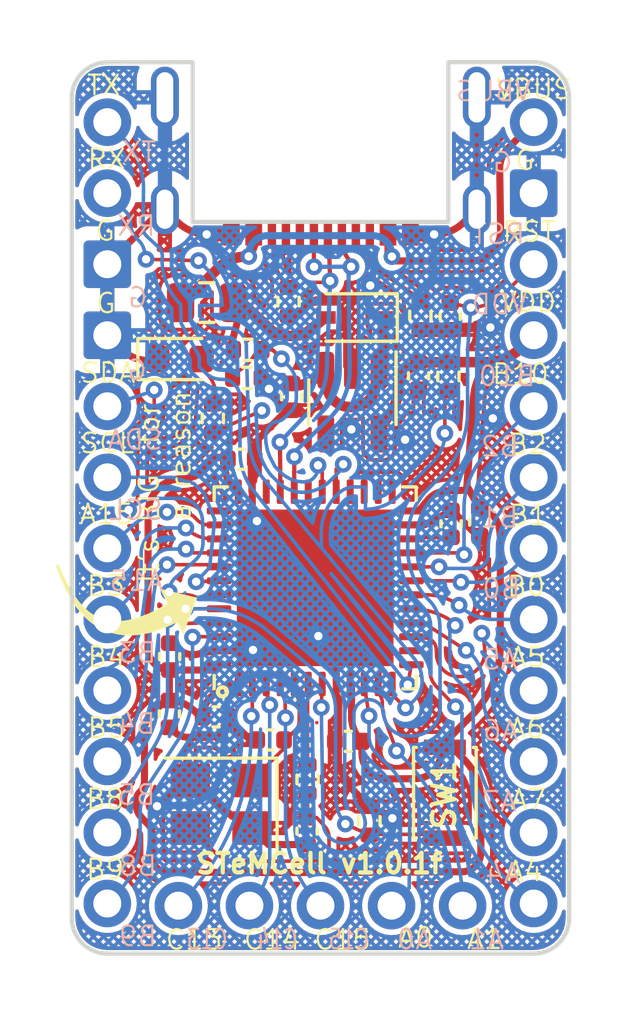
<source format=kicad_pcb>
(kicad_pcb (version 20211014) (generator pcbnew)
  (title_block (title "STeMCell") (date "2022-02-12") (rev "1.0.0"))
  (layers (0 "F.Cu" signal) (31 "B.Cu" signal) (34 "B.Paste" user) (35 "F.Paste" user) (36 "B.SilkS" user "B.Silkscreen") (37 "F.SilkS" user "F.Silkscreen") (38 "B.Mask" user) (39 "F.Mask" user) (44 "Edge.Cuts" user))
  (net 0 "")
  (net 1 "VBUS")
  (net 2 "GND")
  (net 3 "VDD")
  (net 4 "/NRST")
  (net 5 "/LED_R")
  (net 6 "/CC1")
  (net 9 "/CC2")
  (net 10 "/TX0")
  (net 11 "/RX0")
  (net 12 "/SDA")
  (net 13 "/SCL")
  (net 15 "/SWD")
  (net 17 "/SWC")
  (net 18 "/HSE_IN")
  (net 19 "/PA2")
  (net 20 "/PB7")
  (net 21 "/PB6")
  (net 22 "/PA3")
  (net 23 "/PA9")
  (net 24 "/BOOT0")
  (net 26 "/PB9")
  (net 27 "/PB8")
  (net 28 "/PA15")
  (net 29 "/PB5")
  (net 30 "/PB4")
  (net 31 "/PB3")
  (net 32 "/PA7")
  (net 33 "/PA6")
  (net 34 "/PA5")
  (net 35 "/PA4")
  (net 36 "/PB10")
  (net 37 "/PB2")
  (net 38 "/PB1")
  (net 39 "/PB0")
  (net 40 "/PC15")
  (net 41 "/PC14")
  (net 42 "/PC13")
  (net 46 "/PA0")
  (net 47 "/PA1")
  (net 48 "/PA8")
  (net 49 "/HSE_OUT_1")
  (net 50 "/VCAP1")
  (net 51 "/USB_DP")
  (net 52 "/USB_DN")
  (net 53 "/HSE_OUT")
  (net 54 "/TX_PULLUP")
  (net 55 "/VBUS_FF")
  (net 56 "/VBUS_F")
  (footprint "stemcell:USB-C-C168688" (layer "F.Cu") (at 100.1144 48.372)
    (fp_text reference "J1")
    (fp_text value "USB C Connector")
  )
  (footprint "Capacitor_SMD:C_0402_1005Metric" (layer "F.Cu") (at 98.32 73.45 180)
    (fp_text reference "C10")
    (fp_text value "20p")
  )
  (footprint "Package_TO_SOT_SMD:SOT-23-5" (layer "F.Cu") (at 101.2419 61.3719 -90)
    (fp_text reference "U2")
    (fp_text value "XC6220B331MR")
  )
  (footprint "stemcell:Pins5" (layer "F.Cu") (at 95.0214 79.375 90)
    (fp_text reference "J4" hide)
    (fp_text value "Down" hide)
  )
  (footprint "stemcell:Pins12" (layer "F.Cu") (at 92.4814 51.3588)
    (fp_text reference "J2" hide)
    (fp_text value "Left" hide)
  )
  (footprint "Resistor_SMD:R_0402_1005Metric" (layer "F.Cu") (at 97.4999 59.4995)
    (fp_text reference "R5")
    (fp_text value "4.7k")
  )
  (footprint "stemcell:arrow_4mm" (layer "F.Cu") (at 93.345 68.2752 20)
    (fp_text reference "G***")
    (fp_text value "LOGO" hide)
  )
  (footprint "Fuse:Fuse_0805_2012Metric" (layer "F.Cu") (at 96.0397 57.8104)
    (fp_text reference "F1")
    (fp_text value "500mA Fuse")
  )
  (footprint "Capacitor_SMD:C_0402_1005Metric" (layer "F.Cu") (at 94.71 70.47 90)
    (fp_text reference "C5")
    (fp_text value "100n")
  )
  (footprint "Resistor_SMD:R_0402_1005Metric" (layer "F.Cu") (at 97.4705 60.5028)
    (fp_text reference "R6")
    (fp_text value "10k")
  )
  (footprint "Capacitor_SMD:C_0402_1005Metric" (layer "F.Cu") (at 101.095 73.5 180)
    (fp_text reference "C8")
    (fp_text value "100n")
  )
  (footprint "Resistor_SMD:R_0402_1005Metric" (layer "F.Cu") (at 98.9584 57.7743 -90)
    (fp_text reference "R3")
    (fp_text value "5k1")
  )
  (footprint "Resistor_SMD:R_0402_1005Metric" (layer "F.Cu") (at 96.2533 61.9526 90)
    (fp_text reference "R4")
    (fp_text value "2k2")
  )
  (footprint "Capacitor_SMD:C_0402_1005Metric" (layer "F.Cu") (at 96.37 72.625)
    (fp_text reference "C4")
    (fp_text value "100n")
  )
  (footprint "Capacitor_SMD:C_0402_1005Metric" (layer "F.Cu") (at 97.2719 63.4111)
    (fp_text reference "C6")
    (fp_text value "100n")
  )
  (footprint "stemcell:Pins12" (layer "F.Cu") (at 107.7214 51.3588)
    (fp_text reference "J3" hide)
    (fp_text value "Right" hide)
  )
  (footprint "Capacitor_SMD:C_0402_1005Metric" (layer "F.Cu") (at 99.0727 61.1785 -90)
    (fp_text reference "C1")
    (fp_text value "10u")
  )
  (footprint "Crystal:Crystal_SMD_3225-4Pin_3.2x2.5mm" (layer "F.Cu") (at 96.55 75.75 180)
    (fp_text reference "Y1")
    (fp_text value "HSE1 8Mhz 12pF")
  )
  (footprint "Capacitor_SMD:C_0402_1005Metric" (layer "F.Cu") (at 99.62 76.71 -90)
    (fp_text reference "C11")
    (fp_text value "20p")
  )
  (footprint "Resistor_SMD:R_0402_1005Metric" (layer "F.Cu") (at 99.64 74.86 90)
    (fp_text reference "R1")
    (fp_text value "220")
  )
  (footprint "Capacitor_SMD:C_0402_1005Metric" (layer "F.Cu") (at 104.7369 58.3031 -90)
    (fp_text reference "C12")
    (fp_text value "100n")
  )
  (footprint "Diode_SMD:D_SOD-323" (layer "F.Cu") (at 101.346 58.3438 180)
    (fp_text reference "D2")
    (fp_text value "1N5819")
  )
  (footprint "Resistor_SMD:R_0402_1005Metric" (layer "F.Cu") (at 104.6734 60.45 -90)
    (fp_text reference "R7")
    (fp_text value "10k")
  )
  (footprint "Capacitor_SMD:C_0402_1005Metric" (layer "F.Cu") (at 105.791 65.6616 -90)
    (fp_text reference "C9")
    (fp_text value "4.7u")
  )
  (footprint "Capacitor_SMD:C_0402_1005Metric" (layer "F.Cu") (at 103.6066 60.4292 -90)
    (fp_text reference "C2")
    (fp_text value "4.7u")
  )
  (footprint "Resistor_SMD:R_0402_1005Metric" (layer "F.Cu") (at 103.6701 58.2696 -90)
    (fp_text reference "R2")
    (fp_text value "5k1")
  )
  (footprint "LED_SMD:LED_0603_1608Metric" (layer "F.Cu") (at 95.0594 59.8297)
    (fp_text reference "D1")
    (fp_text value "LED" hide)
  )
  (footprint "Button_Switch_SMD:SW_SPST_CK_KXT3" (layer "F.Cu") (at 104.5464 75.3364 90)
    (fp_text reference "SW1")
    (fp_text value "Boot0")
  )
  (footprint "Capacitor_SMD:C_0402_1005Metric" (layer "F.Cu") (at 94.7 72.52 -90)
    (fp_text reference "C7")
    (fp_text value "100n")
  )
  (footprint "Capacitor_SMD:C_0402_1005Metric" (layer "F.Cu") (at 104.77 65.72 -90)
    (fp_text reference "C3")
    (fp_text value "4.7u")
  )
  (footprint "Package_DFN_QFN:QFN-48-1EP_7x7mm_P0.5mm_EP5.6x5.6mm" (layer "F.Cu") (at 99.9124 68.01 90)
    (fp_text reference "U1")
    (fp_text value "STM32F4x1CxUx")
  )
  (footprint "Resistor_SMD:R_0402_1005Metric" (layer "F.Cu") (at 101.85 76.34 90)
    (fp_text reference "R8")
    (fp_text value "10k")
  )
  (gr_circle (center 96.5962 71.7296) (end 96.4692 71.8312) (layer "F.SilkS") (width 0.15) (fill none))
  (gr_arc (start 107.7214 49.2125) (mid 108.619426 49.584474) (end 108.9914 50.4825) (layer "Edge.Cuts") (width 0.15))
  (gr_line (start 92.4814 49.221526) (end 95.5294 49.2125) (layer "Edge.Cuts") (width 0.15))
  (gr_line (start 95.5294 54.9241) (end 104.6734 54.9241) (layer "Edge.Cuts") (width 0.15))
  (gr_line (start 91.2114 50.491526) (end 91.2114 79.8195) (layer "Edge.Cuts") (width 0.15))
  (gr_line (start 95.5294 49.2125) (end 95.5294 54.9241) (layer "Edge.Cuts") (width 0.15))
  (gr_arc (start 92.4814 81.0895) (mid 91.583373 80.717527) (end 91.2114 79.8195) (layer "Edge.Cuts") (width 0.15))
  (gr_arc (start 91.2114 50.491526) (mid 91.583374 49.5935) (end 92.4814 49.221526) (layer "Edge.Cuts") (width 0.15))
  (gr_arc (start 108.9914 79.8195) (mid 108.619426 80.717526) (end 107.7214 81.0895) (layer "Edge.Cuts") (width 0.15))
  (gr_line (start 92.4814 81.0895) (end 107.7214 81.0895) (layer "Edge.Cuts") (width 0.15))
  (gr_line (start 104.6734 54.9241) (end 104.6734 49.2125) (layer "Edge.Cuts") (width 0.15))
  (gr_line (start 108.9914 79.8195) (end 108.9914 50.4825) (layer "Edge.Cuts") (width 0.15))
  (gr_line (start 104.6734 49.2125) (end 107.7214 49.2125) (layer "Edge.Cuts") (width 0.15))
  (gr_text "B4" (at 93.5228 72.8726) (layer "B.SilkS") (effects (font (size 0.7 0.7) (thickness 0.08)) (justify mirror)))
  (gr_text "B5" (at 93.5228 75.4126) (layer "B.SilkS") (effects (font (size 0.7 0.7) (thickness 0.08)) (justify mirror)))
  (gr_text "G" (at 93.5736 57.6326) (layer "B.SilkS") (effects (font (size 0.7 0.7) (thickness 0.08)) (justify mirror)))
  (gr_text "A0" (at 103.46 80.5815) (layer "B.SilkS") (effects (font (size 0.7 0.7) (thickness 0.08)) (justify mirror)))
  (gr_text "A15" (at 93.5228 67.7672) (layer "B.SilkS") (effects (font (size 0.7 0.7) (thickness 0.08)) (justify mirror)))
  (gr_text "B10" (at 106.7689 60.4393) (layer "B.SilkS") (effects (font (size 0.7 0.7) (thickness 0.08)) (justify mirror)))
  (gr_text "C13" (at 96.05 80.5815) (layer "B.SilkS") (effects (font (size 0.7 0.5) (thickness 0.08)) (justify mirror)))
  (gr_text "RX" (at 93.5228 55.0672) (layer "B.SilkS") (effects (font (size 0.7 0.7) (thickness 0.08)) (justify mirror)))
  (gr_text "C14" (at 98.55 80.5815) (layer "B.SilkS") (effects (font (size 0.7 0.5) (thickness 0.08)) (justify mirror)))
  (gr_text "VDD" (at 106.4895 57.8739) (layer "B.SilkS") (effects (font (size 0.7 0.7) (thickness 0.08)) (justify mirror)))
  (gr_text "A1" (at 106.03 80.5815) (layer "B.SilkS") (effects (font (size 0.7 0.7) (thickness 0.08)) (justify mirror)))
  (gr_text "RST" (at 106.4641 55.3593) (layer "B.SilkS") (effects (font (size 0.7 0.7) (thickness 0.08)) (justify mirror)))
  (gr_text "VBUS" (at 106.2863 50.2539) (layer "B.SilkS") (effects (font (size 0.7 0.7) (thickness 0.08)) (justify mirror)))
  (gr_text "B9" (at 93.5736 80.4672) (layer "B.SilkS") (effects (font (size 0.7 0.7) (thickness 0.08)) (justify mirror)))
  (gr_text "TX" (at 93.6244 52.4256) (layer "B.SilkS") (effects (font (size 0.7 0.7) (thickness 0.08)) (justify mirror)))
  (gr_text "G" (at 93.5482 60.2234) (layer "B.SilkS") (effects (font (size 0.7 0.7) (thickness 0.08)) (justify mirror)))
  (gr_text "B0" (at 106.5657 68.0339) (layer "B.SilkS") (effects (font (size 0.7 0.7) (thickness 0.08)) (justify mirror)))
  (gr_text "SCL" (at 93.4974 65.2272) (layer "B.SilkS") (effects (font (size 0.7 0.7) (thickness 0.08)) (justify mirror)))
  (gr_text "SDA" (at 93.472 62.7126) (layer "B.SilkS") (effects (font (size 0.7 0.7) (thickness 0.08)) (justify mirror)))
  (gr_text "A5" (at 106.5149 70.5739) (layer "B.SilkS") (effects (font (size 0.7 0.7) (thickness 0.08)) (justify mirror)))
  (gr_text "C15" (at 101.12 80.5815) (layer "B.SilkS") (effects (font (size 0.7 0.5) (thickness 0.08)) (justify mirror)))
  (gr_text "B1" (at 106.4895 65.4939) (layer "B.SilkS") (effects (font (size 0.7 0.7) (thickness 0.08)) (justify mirror)))
  (gr_text "G" (at 106.6165 52.7939) (layer "B.SilkS") (effects (font (size 0.7 0.7) (thickness 0.08)) (justify mirror)))
  (gr_text "A6" (at 106.5403 73.1139) (layer "B.SilkS") (effects (font (size 0.7 0.7) (thickness 0.08)) (justify mirror)))
  (gr_text "B8" (at 93.5736 77.9526) (layer "B.SilkS") (effects (font (size 0.7 0.7) (thickness 0.08)) (justify mirror)))
  (gr_text "B3" (at 93.5482 70.3326) (layer "B.SilkS") (effects (font (size 0.7 0.7) (thickness 0.08)) (justify mirror)))
  (gr_text "B2" (at 106.5149 62.9539) (layer "B.SilkS") (effects (font (size 0.7 0.7) (thickness 0.08)) (justify mirror)))
  (gr_text "A7" (at 106.4895 75.6539) (layer "B.SilkS") (effects (font (size 0.7 0.7) (thickness 0.08)) (justify mirror)))
  (gr_text "A4" (at 106.6165 78.2193) (layer "B.SilkS") (effects (font (size 0.7 0.7) (thickness 0.08)) (justify mirror)))
  (gr_text "VBUS" (at 107.7341 50.1777) (layer "F.SilkS") (effects (font (size 0.7 0.7) (thickness 0.08))))
  (gr_text "G" (at 107.4039 52.7177) (layer "F.SilkS") (effects (font (size 0.7 0.7) (thickness 0.08))))
  (gr_text "G" (at 92.4306 57.8358) (layer "F.SilkS") (effects (font (size 0.7 0.7) (thickness 0.08))))
  (gr_text "STeMCell v1.0.1f" (at 100.06 77.87) (layer "F.SilkS") (effects (font (size 0.7 0.7))))
  (gr_text "It's BIG  for \n    a reason" (at 94.5388 64.3636 90) (layer "F.SilkS") (effects (font (size 0.7 0.7) (thickness 0.08))))
  (gr_text "C13" (at 95.5802 80.5942) (layer "F.SilkS") (effects (font (size 0.7 0.7) (thickness 0.08))))
  (gr_text "B4" (at 92.456 70.485) (layer "F.SilkS") (effects (font (size 0.7 0.7) (thickness 0.08))))
  (gr_text "G" (at 92.4052 55.245) (layer "F.SilkS") (effects (font (size 0.7 0.7) (thickness 0.08))))
  (gr_text "A0" (at 103.505 80.518) (layer "F.SilkS") (effects (font (size 0.7 0.7) (thickness 0.08))))
  (gr_text "A5" (at 107.5055 70.4977) (layer "F.SilkS") (effects (font (size 0.7 0.7) (thickness 0.08))))
  (gr_text "B8" (at 92.4052 75.565) (layer "F.SilkS") (effects (font (size 0.7 0.7) (thickness 0.08))))
  (gr_text "B0" (at 107.4547 67.9577) (layer "F.SilkS") (effects (font (size 0.7 0.7) (thickness 0.08))))
  (gr_text "A15" (at 92.456 65.3796) (layer "F.SilkS") (effects (font (size 0.7 0.7) (thickness 0.08))))
  (gr_text "B5" (at 92.456 73.025) (layer "F.SilkS") (effects (font (size 0.7 0.7) (thickness 0.08))))
  (gr_text "RX" (at 92.456 52.6796) (layer "F.SilkS") (effects (font (size 0.7 0.7) (thickness 0.08))))
  (gr_text "C15" (at 100.8888 80.5942) (layer "F.SilkS") (effects (font (size 0.7 0.7) (thickness 0.08))))
  (gr_text "A6" (at 107.4801 73.0377) (layer "F.SilkS") (effects (font (size 0.7 0.7) (thickness 0.08))))
  (gr_text "SCL" (at 92.4814 62.8396) (layer "F.SilkS") (effects (font (size 0.7 0.7) (thickness 0.08))))
  (gr_text "B1" (at 107.5309 65.4177) (layer "F.SilkS") (effects (font (size 0.7 0.7) (thickness 0.08))))
  (gr_text "RST" (at 107.5563 55.2831) (layer "F.SilkS") (effects (font (size 0.7 0.7) (thickness 0.08))))
  (gr_text "A7" (at 107.5309 75.5777) (layer "F.SilkS") (effects (font (size 0.7 0.7) (thickness 0.08))))
  (gr_text "A4" (at 107.4039 78.1431) (layer "F.SilkS") (effects (font (size 0.7 0.7) (thickness 0.08))))
  (gr_text "SDA" (at 92.5068 60.325) (layer "F.SilkS") (effects (font (size 0.7 0.7) (thickness 0.08))))
  (gr_text "B9" (at 92.4052 78.0796) (layer "F.SilkS") (effects (font (size 0.7 0.7) (thickness 0.08))))
  (gr_text "VDD" (at 107.5309 57.7977) (layer "F.SilkS") (effects (font (size 0.7 0.7) (thickness 0.08))))
  (gr_text "A1" (at 105.9688 80.5688) (layer "F.SilkS") (effects (font (size 0.7 0.7) (thickness 0.08))))
  (gr_text "C14" (at 98.3742 80.5942) (layer "F.SilkS") (effects (font (size 0.7 0.7) (thickness 0.08))))
  (gr_text "B10" (at 107.2515 60.3631) (layer "F.SilkS") (effects (font (size 0.7 0.7) (thickness 0.08))))
  (gr_text "B3" (at 92.4306 67.945) (layer "F.SilkS") (effects (font (size 0.7 0.7) (thickness 0.08))))
  (gr_text "B2" (at 107.5055 62.8777) (layer "F.SilkS") (effects (font (size 0.7 0.7) (thickness 0.08))))
  (gr_text "TX" (at 92.3544 50.038) (layer "F.SilkS") (effects (font (size 0.7 0.7) (thickness 0.08))))
  (segment (start 106.799237 52.300174) (end 107.7214 51.3588) (width 0.254) (layer "F.Cu") (net 1))
  (segment (start 106.5403 55.2958) (end 106.507391 53.027839) (width 0.254) (layer "F.Cu") (net 1))
  (segment (start 102.5144 56.026) (end 102.8084 56.32) (width 0.254) (layer "F.Cu") (net 1))
  (segment (start 96.472113 56.550187) (end 94.9833 58.039) (width 0.375) (layer "F.Cu") (net 1))
  (segment (start 102.8084 56.32) (end 105.4862 56.3245) (width 0.254) (layer "F.Cu") (net 1))
  (segment (start 102.5144 55.372) (end 102.5144 56.026) (width 0.254) (layer "F.Cu") (net 1))
  (segment (start 97.536 56.1594) (end 97.8014 55.459) (width 0.375) (layer "F.Cu") (net 1))
  (via (at 102.6542 56.1658) (size 0.6) (drill 0.3) (layers "F.Cu" "B.Cu") (net 1))
  (via (at 97.536 56.1594) (size 0.6) (drill 0.3) (layers "F.Cu" "B.Cu") (net 1))
  (arc (start 97.466608 56.162313) (mid 96.906156 56.273777) (end 96.4311 56.5912) (width 0.375) (layer "F.Cu") (net 1))
  (arc (start 105.4862 56.3245) (mid 106.227624 56.017394) (end 106.53473 55.27597) (width 0.254) (layer "F.Cu") (net 1))
  (arc (start 106.507391 53.027839) (mid 106.580762 52.634908) (end 106.799237 52.300174) (width 0.254) (layer "F.Cu") (net 1))
  (segment (start 97.53075 56.090091) (end 97.536 56.1086) (width 0.254) (layer "B.Cu") (net 1))
  (segment (start 98.201725 55.417475) (end 101.975675 55.417475) (width 0.254) (layer "B.Cu") (net 1))
  (arc (start 98.201725 55.417475) (mid 97.730985 55.61246) (end 97.536 56.0832) (width 0.254) (layer "B.Cu") (net 1))
  (arc (start 101.975675 55.417475) (mid 102.446415 55.61246) (end 102.6414 56.0832) (width 0.254) (layer "B.Cu") (net 1))
  (segment (start 95.45 74.9) (end 95.66 74.9) (width 0.254) (layer "F.Cu") (net 2))
  (segment (start 96.85 72.625) (end 96.85 72.634758) (width 0.254) (layer "F.Cu") (net 2))
  (segment (start 97.9591 60.674879) (end 99.039121 61.7549) (width 0.254) (layer "F.Cu") (net 2))
  (segment (start 105.233006 54.928394) (end 105.6894 54.472) (width 0.254) (layer "F.Cu") (net 2))
  (segment (start 92.973356 59.470756) (end 92.4814 58.9788) (width 0.254) (layer "F.Cu") (net 2))
  (segment (start 103.831494 65.748715) (end 104.790242 65.25) (width 0.254) (layer "F.Cu") (net 2))
  (segment (start 100.6624 68.76) (end 99.9124 68.01) (width 0.254) (layer "F.Cu") (net 2))
  (segment (start 103.3499 65.76) (end 102.1624 65.76) (width 0.254) (layer "F.Cu") (net 2))
  (segment (start 103.3499 65.76) (end 103.785347 65.76) (width 0.254) (layer "F.Cu") (net 2))
  (segment (start 103.3144 55.372) (end 104.162 55.372) (width 0.254) (layer "F.Cu") (net 2))
  (segment (start 101.854 57.2262) (end 101.8794 57.2008) (width 0.254) (layer "F.Cu") (net 2))
  (segment (start 96.097305 73.3552) (end 95.376558 73.3552) (width 0.254) (layer "F.Cu") (net 2))
  (segment (start 100.018007 57.706514) (end 101.473 57.5818) (width 0.254) (layer "F.Cu") (net 2))
  (segment (start 96.9144 55.372) (end 96.032 55.372) (width 0.254) (layer "F.Cu") (net 2))
  (segment (start 94.2339 59.8805) (end 93.962567 59.8805) (width 0.254) (layer "F.Cu") (net 2))
  (segment (start 100.756511 72.049908) (end 100.756511 73.358489) (width 0.254) (layer "F.Cu") (net 2))
  (segment (start 101.189123 57.865677) (end 101.854 57.3278) (width 0.254) (layer "F.Cu") (net 2))
  (segment (start 96.85 72.634758) (end 96.583414 73.079752) (width 0.254) (layer "F.Cu") (net 2))
  (segment (start 96.012 70.3072) (end 95.717711 70.380757) (width 0.254) (layer "F.Cu") (net 2))
  (segment (start 97.9591 60.5028) (end 97.9591 60.674879) (width 0.254) (layer "F.Cu") (net 2))
  (segment (start 97.6624 64.5725) (end 97.6624 65.76) (width 0.254) (layer "F.Cu") (net 2))
  (segment (start 95.38 74.9) (end 95.45 74.9) (width 0.254) (layer "F.Cu") (net 2))
  (segment (start 104.7369 58.7831) (end 106.172 58.6994) (width 0.254) (layer "F.Cu") (net 2))
  (segment (start 100.756511 73.358489) (end 100.615 73.5) (width 0.254) (layer "F.Cu") (net 2))
  (segment (start 97.65 64.5601) (end 97.6624 64.5725) (width 0.254) (layer "F.Cu") (net 2))
  (segment (start 94.5394 54.472) (end 94.4482 54.472) (width 0.254) (layer "F.Cu") (net 2))
  (segment (start 95.66 74.9) (end 96.94 76.18) (width 0.254) (layer "F.Cu") (net 2))
  (segment (start 101.189123 57.882123) (end 101.189123 57.865677) (width 0.254) (layer "F.Cu") (net 2))
  (segment (start 94.4482 54.472) (end 92.4814 56.4388) (width 0.254) (layer "F.Cu") (net 2))
  (segment (start 99.62 77.19) (end 98.24 77.19) (width 0.254) (layer "F.Cu") (net 2))
  (segment (start 96.8675 72.7275) (end 97.6925 73.5525) (width 0.254) (layer "F.Cu") (net 2))
  (segment (start 96.012 70.3072) (end 96.4749 70.26) (width 0.254) (layer "F.Cu") (net 2))
  (segment (start 101.389319 75.369319) (end 101.85 75.83) (width 0.254) (layer "F.Cu") (net 2))
  (segment (start 98.809079 61.7549) (end 99.06 61.7549) (width 0.254) (layer "F.Cu") (net 2))
  (segment (start 94.2594 75.819) (end 95.38 74.9) (width 0.254) (layer "F.Cu") (net 2))
  (segment (start 96.4749 70.26) (end 97.6624 70.26) (width 0.254) (layer "F.Cu") (net 2))
  (segment (start 98.9584 58.2843) (end 99.1957 58.2843) (width 0.254) (layer "F.Cu") (net 2))
  (segment (start 104.790242 65.25) (end 104.809758 65.25) (width 0.254) (layer "F.Cu") (net 2))
  (segment (start 97.65 63.35) (end 97.65 64.5601) (width 0.254) (layer "F.Cu") (net 2))
  (segment (start 101.0387 60.082) (end 101.0387 58.260677) (width 0.254) (layer "F.Cu") (net 2))
  (segment (start 101.854 57.3278) (end 101.854 57.2262) (width 0.254) (layer "F.Cu") (net 2))
  (segment (start 103.6701 58.7796) (end 104.7369 58.7831) (width 0.254) (layer "F.Cu") (net 2))
  (segment (start 98.24 77.19) (end 97.65 76.6) (width 0.254) (layer "F.Cu") (net 2))
  (segment (start 102.1624 65.76) (end 99.9124 68.01) (width 0.254) (layer "F.Cu") (net 2))
  (segment (start 94.889567 73.169352) (end 94.7 73) (width 0.254) (layer "F.Cu") (net 2))
  (segment (start 99.1957 58.2843) (end 99.477113 57.974255) (width 0.254) (layer "F.Cu") (net 2))
  (segment (start 97.6624 70.26) (end 99.9124 68.01) (width 0.254) (layer "F.Cu") (net 2))
  (segment (start 105.6894 50.472) (end 105.6894 54.472) (width 0.254) (layer "F.Cu") (net 2))
  (segment (start 97.958318 62.605661) (end 98.809079 61.7549) (width 0.254) (layer "F.Cu") (net 2))
  (segment (start 102.67 76.25) (end 101.85 75.83) (width 0.254) (layer "F.Cu") (net 2))
  (segment (start 94.959869 54.89812) (end 94.5394 54.472) (width 0.254) (layer "F.Cu") (net 2))
  (segment (start 97.6624 65.76) (end 99.9124 68.01) (width 0.254) (layer "F.Cu") (net 2))
  (segment (start 100.6624 71.4475) (end 100.6624 68.76) (width 0.254) (layer "F.Cu") (net 2))
  (segment (start 101.1911 60.2344) (end 101.0387 60.082) (width 0.254) (layer "F.Cu") (net 2))
  (segment (start 104.809758 65.25) (end 105.709758 66.15) (width 0.254) (layer "F.Cu") (net 2))
  (segment (start 94.71 69.99) (end 95.13336 70.277131) (width 0.254) (layer "F.Cu") (net 2))
  (via (at 102.67 76.25) (size 0.6) (drill 0.3) (layers "F.Cu" "B.Cu") (net 2))
  (via (at 101.8794 57.2008) (size 0.6) (drill 0.3) (layers "F.Cu" "B.Cu") (net 2))
  (via (at 101.2063 62.3443) (size 0.6) (drill 0.3) (layers "F.Cu" "B.Cu") (net 2))
  (via (at 103.124 62.7126) (size 0.6) (drill 0.3) (layers "F.Cu" "B.Cu") (net 2))
  (via (at 104.162 55.372) (size 0.6) (drill 0.3) (layers "F.Cu" "B.Cu") (net 2))
  (via (at 106.172 58.6994) (size 0.6) (drill 0.3) (layers "F.Cu" "B.Cu") (net 2))
  (via (at 97.6884 70.231) (size 0.6) (drill 0.3) (layers "F.Cu" "B.Cu") (net 2))
  (via (at 106.2609 61.9506) (size 0.6) (drill 0.3) (layers "F.Cu" "B.Cu") (net 2))
  (via (at 96.032 55.372) (size 0.6) (drill 0.3) (layers "F.Cu" "B.Cu") (net 2))
  (via (at 97.8281 65.6209) (size 0.6) (drill 0.3) (layers "F.Cu" "B.Cu") (net 2))
  (via (at 94.2594 75.819) (size 0.6) (drill 0.3) (layers "F.Cu" "B.Cu") (net 2))
  (via (at 100.0252 69.7357) (size 0.6) (drill 0.3) (layers "F.Cu" "B.Cu") (net 2))
  (via (at 98.2599 60.8965) (size 0.6) (drill 0.3) (layers "F.Cu" "B.Cu") (net 2))
  (arc (start 101.0387 58.260677) (mid 101.077688 58.056994) (end 101.189123 57.882123) (width 0.254) (layer "F.Cu") (net 2))
  (arc (start 93.962567 59.8805) (mid 93.42721 59.774011) (end 92.973356 59.470756) (width 0.254) (layer "F.Cu") (net 2))
  (arc (start 105.233006 54.928394) (mid 104.741646 55.25671) (end 104.162 55.372) (width 0.254) (layer "F.Cu") (net 2))
  (arc (start 100.615 73.5) (mid 100.816239 74.511644) (end 101.389319 75.369319) (width 0.254) (layer "F.Cu") (net 2))
  (arc (start 97.65 63.35) (mid 97.730129 62.947169) (end 97.958318 62.605661) (width 0.254) (layer "F.Cu") (net 2))
  (arc (start 100.652001 71.8312) (mid 100.72935 71.946959) (end 100.756511 72.083507) (width 0.254) (layer "F.Cu") (net 2))
  (arc (start 95.717711 70.380757) (mid 95.41448 70.391286) (end 95.13336 70.277131) (width 0.254) (layer "F.Cu") (net 2))
  (arc (start 100.018007 57.706514) (mid 99.722221 57.789195) (end 99.477113 57.974255) (width 0.254) (layer "F.Cu") (net 2))
  (arc (start 96.097305 73.3552) (mid 96.376667 73.281552) (end 96.583414 73.079752) (width 0.254) (layer "F.Cu") (net 2))
  (arc (start 94.889567 73.169352) (mid 95.115934 73.30716) (end 95.376558 73.3552) (width 0.254) (layer "F.Cu") (net 2))
  (arc (start 96.032 55.372) (mid 95.450844 55.237004) (end 94.959869 54.89812) (width 0.254) (layer "F.Cu") (net 2))
  (arc (start 103.831494 65.748715) (mid 103.8091 65.757137) (end 103.785347 65.76) (width 0.254) (layer "F.Cu") (net 2))
  (segment (start 105.14887 57.023) (end 104.154565 57.015575) (width 0.254) (layer "B.Cu") (net 2))
  (segment (start 104.162 56.874021) (end 104.162 57.0264) (width 0.254) (layer "B.Cu") (net 2))
  (segment (start 96.762455 56.392948) (end 96.032 55.372) (width 0.254) (layer "B.Cu") (net 2))
  (segment (start 99.504496 72.466196) (end 99.5196 76.4056) (width 0.254) (layer "B.Cu") (net 2))
  (segment (start 101.8921 57.1373) (end 102.0318 56.545725) (width 0.254) (layer "B.Cu") (net 2))
  (segment (start 104.162 56.874021) (end 104.162 55.372) (width 0.254) (layer "B.Cu") (net 2))
  (segment (start 94.235216 75.819) (end 95.0468 75.7936) (width 0.254) (layer "B.Cu") (net 2))
  (segment (start 101.8921 57.1373) (end 101.788622 57.694222) (width 0.254) (layer "B.Cu") (net 2))
  (segment (start 92.4814 56.4388) (end 92.4814 58.9788) (width 0.254) (layer "B.Cu") (net 2))
  (segment (start 106.172 58.6994) (end 106.1974 58.07153) (width 0.254) (layer "B.Cu") (net 2))
  (segment (start 94.5394 50.472) (end 94.5394 54.472) (width 0.254) (layer "B.Cu") (net 2))
  (segment (start 98.04784 56.84136) (end 97.691234 56.85241) (width 0.254) (layer "B.Cu") (net 2))
  (segment (start 96.6192 74.2212) (end 96.7232 72.4662) (width 0.254) (layer "B.Cu") (net 2))
  (segment (start 102.6946 76.408) (end 102.67 76.25) (width 0.254) (layer "B.Cu") (net 2))
  (segment (start 101.366075 55.88) (end 98.95456 55.90924) (width 0.254) (layer "B.Cu") (net 2))
  (arc (start 106.1974 58.07153) (mid 105.890294 57.330106) (end 105.14887 57.023) (width 0.254) (layer "B.Cu") (net 2))
  (arc (start 99.504496 72.466196) (mid 99.099045 71.487351) (end 98.120196 71.0819) (width 0.254) (layer "B.Cu") (net 2))
  (arc (start 102.0318 56.545725) (mid 101.836815 56.074985) (end 101.366075 55.88) (width 0.254) (layer "B.Cu") (net 2))
  (arc (start 98.04784 56.84136) (mid 98.368415 56.708575) (end 98.5012 56.388) (width 0.254) (layer "B.Cu") (net 2))
  (arc (start 102.6414 58.547) (mid 103.244406 58.297228) (end 103.494178 57.694222) (width 0.254) (layer "B.Cu") (net 2))
  (arc (start 101.788622 57.694222) (mid 102.038394 58.297228) (end 102.6414 58.547) (width 0.254) (layer "B.Cu") (net 2))
  (arc (start 95.0468 75.7936) (mid 96.158656 75.333056) (end 96.6192 74.2212) (width 0.254) (layer "B.Cu") (net 2))
  (arc (start 96.7232 72.4662) (mid 97.12865 71.487354) (end 98.107501 71.0819) (width 0.254) (layer "B.Cu") (net 2))
  (arc (start 99.5196 76.4056) (mid 99.980144 77.517456) (end 101.092 77.978) (width 0.254) (layer "B.Cu") (net 2))
  (arc (start 98.95456 55.90924) (mid 98.633985 56.042025) (end 98.5012 56.3626) (width 0.254) (layer "B.Cu") (net 2))
  (arc (start 104.332378 57.023) (mid 103.729372 57.272772) (end 103.4796 57.875778) (width 0.254) (layer "B.Cu") (net 2))
  (arc (start 101.1222 77.9804) (mid 102.234056 77.519856) (end 102.6946 76.408) (width 0.254) (layer "B.Cu") (net 2))
  (arc (start 96.762455 56.392948) (mid 97.169361 56.738879) (end 97.691234 56.85241) (width 0.254) (layer "B.Cu") (net 2))
  (segment (start 100.2538 78.19002) (end 96.4692 78.19002) (width 0.254) (layer "F.Cu") (net 3))
  (segment (start 95.988858 63.761449) (end 96.4 63.35) (width 0.254) (layer "F.Cu") (net 3))
  (segment (start 105.8418 75.608692) (end 105.83138 77.47) (width 0.254) (layer "F.Cu") (net 3))
  (segment (start 94.101015 77.664549) (end 94.095378 76.866642) (width 0.254) (layer "F.Cu") (net 3))
  (segment (start 105.3338 64.3636) (end 105.791 65.1816) (width 0.254) (layer "F.Cu") (net 3))
  (segment (start 103.596842 59.9492) (end 103.6066 59.9492) (width 0.254) (layer "F.Cu") (net 3))
  (segment (start 93.7514 76.2762) (end 93.660778 76.168033) (width 0.254) (layer "F.Cu") (net 3))
  (segment (start 93.52 75.780791) (end 93.52 75.607303) (width 0.254) (layer "F.Cu") (net 3))
  (segment (start 94.71 70.95) (end 96.2849 70.95) (width 0.254) (layer "F.Cu") (net 3))
  (segment (start 94.7 71.1) (end 94.85 70.95) (width 0.254) (layer "F.Cu") (net 3))
  (segment (start 96.2849 70.95) (end 96.4749 70.76) (width 0.254) (layer "F.Cu") (net 3))
  (segment (start 104.660841 73.575) (end 105.244759 74.158918) (width 0.254) (layer "F.Cu") (net 3))
  (segment (start 104.5464 73.533) (end 105.485918 72.593482) (width 0.254) (layer "F.Cu") (net 3))
  (segment (start 95.89 72.625) (end 95.805 72.625) (width 0.254) (layer "F.Cu") (net 3))
  (segment (start 104.4 73.91) (end 104.4 73.575) (width 0.254) (layer "F.Cu") (net 3))
  (segment (start 96.4692 78.19002) (end 95.0214 78.1558) (width 0.254) (layer "F.Cu") (net 3))
  (segment (start 105.47 64.61) (end 105.83 65.2) (width 0.254) (layer "F.Cu") (net 3))
  (segment (start 105.160197 78.164301) (end 100.2538 78.19002) (width 0.254) (layer "F.Cu") (net 3))
  (segment (start 103.3499 65.26) (end 103.61 65.26) (width 0.254) (layer "F.Cu") (net 3))
  (segment (start 96.183494 71.916506) (end 96.291967 71.808033) (width 0.254) (layer "F.Cu") (net 3))
  (segment (start 97.1624 64.5725) (end 97.0725 64.5725) (width 0.254) (layer "F.Cu") (net 3))
  (segment (start 94.7 72.04) (end 94.7 71.1) (width 0.254) (layer "F.Cu") (net 3))
  (segment (start 102.508077 74.843401) (end 103.500789 74.833267) (width 0.254) (layer "F.Cu") (net 3))
  (segment (start 107.291099 59.409101) (end 107.7214 58.9788) (width 0.254) (layer "F.Cu") (net 3))
  (segment (start 104.65 59.94) (end 106.009395 59.94) (width 0.375) (layer "F.Cu") (net 3))
  (segment (start 105.7978 65.2) (end 106.1398 65.278) (width 0.254) (layer "F.Cu") (net 3))
  (segment (start 104.4 73.575) (end 104.635 73.575) (width 0.254) (layer "F.Cu") (net 3))
  (segment (start 93.81 74.907205) (end 93.81 73.084108) (width 0.254) (layer "F.Cu") (net 3))
  (segment (start 101.1624 71.4475) (end 101.210031 71.495131) (width 0.254) (layer "F.Cu") (net 3))
  (segment (start 95.805 72.625) (end 95.587671 72.407671) (width 0.254) (layer "F.Cu") (net 3))
  (segment (start 102.128861 62.466989) (end 102.595139 61.764411) (width 0.375) (layer "F.Cu") (net 3))
  (segment (start 104.5464 73.7114) (end 104.5464 73.533) (width 0.254) (layer "F.Cu") (net 3))
  (segment (start 96.4 63.35) (end 96.69 63.35) (width 0.254) (layer "F.Cu") (net 3))
  (segment (start 94.025037 72.564963) (end 94.55 72.04) (width 0.254) (layer "F.Cu") (net 3))
  (segment (start 93.936817 70.1614) (end 93.938372 65.341733) (width 0.254) (layer "F.Cu") (net 3))
  (segment (start 105.5624 61.3537) (end 105.3338 64.3636) (width 0.254) (layer "F.Cu") (net 3))
  (segment (start 104.65 59.94) (end 103.6066 59.9492) (width 0.375) (layer "F.Cu") (net 3))
  (segment (start 101.210031 71.495131) (end 101.210031 72.61888) (width 0.254) (layer "F.Cu") (net 3))
  (segment (start 95.0214 78.1558) (end 94.61512 78.164374) (width 0.254) (layer "F.Cu") (net 3))
  (segment (start 104.618088 64.5414) (end 105.41 64.516) (width 0.254) (layer "F.Cu") (net 3))
  (segment (start 101.575 73.5) (end 101.58481 73.94419) (width 0.254) (layer "F.Cu") (net 3))
  (segment (start 96.69 63.649064) (end 96.69 63.35) (width 0.254) (layer "F.Cu") (net 3))
  (segment (start 93.9546 76.4794) (end 93.7514 76.2762) (width 0.254) (layer "F.Cu") (net 3))
  (segment (start 103.61 65.26) (end 103.985342 64.815882) (width 0.254) (layer "F.Cu") (net 3))
  (segment (start 103.1621 60.2488) (end 103.5745 59.940133) (width 0.375) (layer "F.Cu") (net 3))
  (segment (start 106.5276 70.0786) (end 106.5276 66.0654) (width 0.254) (layer "F.Cu") (net 3))
  (arc (start 107.291099 59.409101) (mid 106.703048 59.802024) (end 106.009395 59.94) (width 0.375) (layer "F.Cu") (net 3))
  (arc (start 96.183494 71.916506) (mid 95.966276 72.241596) (end 95.89 72.625) (width 0.254) (layer "F.Cu") (net 3))
  (arc (start 96.69 63.649064) (mid 96.789408 64.148824) (end 97.0725 64.5725) (width 0.254) (layer "F.Cu") (net 3))
  (arc (start 93.81 73.084108) (mid 93.865886 72.803149) (end 94.025037 72.564963) (width 0.254) (layer "F.Cu") (net 3))
  (arc (start 106.105889 59.965488) (mid 105.703114 60.608295) (end 105.5624 61.3537) (width 0.254) (layer "F.Cu") (net 3))
  (arc (start 94.300221 64.457751) (mid 94.685848 64.200071) (end 95.140679 64.1096) (width 0.254) (layer "F.Cu") (net 3))
  (arc (start 93.52 75.607303) (mid 93.550745 75.452736) (end 93.638318 75.321682) (width 0.254) (layer "F.Cu") (net 3))
  (arc (start 103.985342 64.815882) (mid 104.289372 64.612736) (end 104.648 64.5414) (width 0.254) (layer "F.Cu") (net 3))
  (arc (start 103.500789 74.833267) (mid 104.143756 74.559944) (end 104.4 73.91) (width 0.254) (layer "F.Cu") (net 3))
  (arc (start 101.58481 73.94419) (mid 101.858133 74.587157) (end 102.508077 74.843401) (width 0.254) (layer "F.Cu") (net 3))
  (arc (start 94.61512 78.164374) (mid 94.253522 78.021994) (end 94.101015 77.664549) (width 0.254) (layer "F.Cu") (net 3))
  (arc (start 94.71 70.95) (mid 94.16011 70.715804) (end 93.936817 70.1614) (width 0.254) (layer "F.Cu") (net 3))
  (arc (start 105.83138 77.47) (mid 105.640432 77.956977) (end 105.160197 78.164301) (width 0.254) (layer "F.Cu") (net 3))
  (arc (start 105.241705 74.158918) (mid 105.68632 74.824772) (end 105.8418 75.610182) (width 0.254) (layer "F.Cu") (net 3))
  (arc (start 102.8827 60.813952) (mid 102.805883 61.334605) (end 102.581978 61.8109) (width 0.375) (layer "F.Cu") (net 3))
  (arc (start 101.210031 72.61888) (mid 101.304884 73.095741) (end 101.575 73.5) (width 0.254) (layer "F.Cu") (net 3))
  (arc (start 94.095378 76.866642) (mid 94.059091 76.660623) (end 93.9546 76.4794) (width 0.254) (layer "F.Cu") (net 3))
  (arc (start 95.587671 72.407671) (mid 95.18042 72.135554) (end 94.7 72.04) (width 0.254) (layer "F.Cu") (net 3))
  (arc (start 102.8827 60.8076) (mid 102.955644 60.498943) (end 103.159042 60.255593) (width 0.375) (layer "F.Cu") (net 3))
  (arc (start 93.938372 65.341733) (mid 94.032413 64.868954) (end 94.300221 64.468151) (width 0.254) (layer "F.Cu") (net 3))
  (arc (start 93.660778 76.168033) (mid 93.556287 75.98681) (end 93.52 75.780791) (width 0.254) (layer "F.Cu") (net 3))
  (arc (start 106.172 65.301142) (mid 106.42968 65.686769) (end 106.520151 66.1416) (width 0.254) (layer "F.Cu") (net 3))
  (arc (start 106.5276 70.0786) (mid 106.256876 71.439661) (end 105.485918 72.593482) (width 0.254) (layer "F.Cu") (net 3))
  (arc (start 97.1624 71.4475) (mid 96.691312 71.5412) (end 96.291967 71.808033) (width 0.254) (layer "F.Cu") (net 3))
  (arc (start 95.988858 63.761449) (mid 95.603231 64.019129) (end 95.1484 64.1096) (width 0.254) (layer "F.Cu") (net 3))
  (arc (start 93.638318 75.321682) (mid 93.765381 75.131518) (end 93.81 74.907205) (width 0.254) (layer "F.Cu") (net 3))
  (segment (start 100.13 72.2884) (end 100.1624 71.4475) (width 0.127) (layer "F.Cu") (net 4))
  (segment (start 105.4735 57.9882) (end 104.7369 57.8231) (width 0.127) (layer "F.Cu") (net 4))
  (segment (start 105.4735 57.9882) (end 105.36 58) (width 0.127) (layer "F.Cu") (net 4))
  (segment (start 106.72601 57.43419) (end 107.7214 56.4388) (width 0.127) (layer "F.Cu") (net 4))
  (via (at 105.4735 57.9882) (size 0.6) (drill 0.3) (layers "F.Cu" "B.Cu") (net 4))
  (via (at 100.13 72.2884) (size 0.6) (drill 0.3) (layers "F.Cu" "B.Cu") (net 4))
  (arc (start 105.36 58) (mid 106.099289 57.852951) (end 106.72601 57.43419) (width 0.127) (layer "F.Cu") (net 4))
  (segment (start 103.22 66.206296) (end 103.22 66.623617) (width 0.127) (layer "B.Cu") (net 4))
  (segment (start 103.3526 73.3044) (end 103.21598 73.304399) (width 0.127) (layer "B.Cu") (net 4))
  (segment (start 104.388603 64.038797) (end 103.926326 64.501074) (width 0.127) (layer "B.Cu") (net 4))
  (segment (start 101.2952 75.276118) (end 101.294982 75.357663) (width 0.127) (layer "B.Cu") (net 4))
  (segment (start 105.3592 59.4868) (end 105.3592 61.695567) (width 0.127) (layer "B.Cu") (net 4))
  (segment (start 101.294982 75.357663) (end 101.2952 72.5424) (width 0.127) (layer "B.Cu") (net 4))
  (segment (start 100.13 72.2884) (end 100.1946 76.3948) (width 0.127) (layer "B.Cu") (net 4))
  (segment (start 104.370179 69.396569) (end 104.378404 72.303996) (width 0.127) (layer "B.Cu") (net 4))
  (segment (start 105.4735 57.9882) (end 105.3592 59.4868) (width 0.127) (layer "B.Cu") (net 4))
  (arc (start 101.4476 75.8444) (mid 101.635749 76.125985) (end 101.701818 76.458137) (width 0.127) (layer "B.Cu") (net 4))
  (arc (start 103.22 66.623617) (mid 103.41597 67.608827) (end 103.974047 68.444047) (width 0.127) (layer "B.Cu") (net 4))
  (arc (start 101.8286 72.009) (mid 102.205771 72.165229) (end 102.362 72.5424) (width 0.127) (layer "B.Cu") (net 4))
  (arc (start 101.5492 75.9714) (mid 101.361051 75.689815) (end 101.294982 75.357663) (width 0.127) (layer "B.Cu") (net 4))
  (arc (start 102.352197 72.440616) (mid 102.605195 73.051401) (end 103.21598 73.304399) (width 0.127) (layer "B.Cu") (net 4))
  (arc (start 105.3592 61.695567) (mid 105.10695 62.963714) (end 104.388603 64.038797) (width 0.127) (layer "B.Cu") (net 4))
  (arc (start 103.974047 68.444047) (mid 104.266501 68.881061) (end 104.370179 69.396569) (width 0.127) (layer "B.Cu") (net 4))
  (arc (start 100.1946 76.3948) (mid 100.412804 76.921596) (end 100.9396 77.1398) (width 0.127) (layer "B.Cu") (net 4))
  (arc (start 101.7016 76.3948) (mid 101.483396 76.921596) (end 100.9566 77.1398) (width 0.127) (layer "B.Cu") (net 4))
  (arc (start 104.378404 72.303996) (mid 104.08539 73.011386) (end 103.378 73.3044) (width 0.127) (layer "B.Cu") (net 4))
  (arc (start 103.926326 64.501074) (mid 103.403568 65.283437) (end 103.22 66.206296) (width 0.127) (layer "B.Cu") (net 4))
  (arc (start 101.2952 72.5424) (mid 101.451429 72.165229) (end 101.8286 72.009) (width 0.127) (layer "B.Cu") (net 4))
  (arc (start 101.298671 75.294424) (mid 101.296076 75.285434) (end 101.2952 75.276118) (width 0.127) (layer "B.Cu") (net 4))
  (segment (start 95.8089 59.8805) (end 95.8089 60.1346) (width 0.127) (layer "F.Cu") (net 5))
  (segment (start 95.8089 60.1346) (end 96.063644 60.389344) (width 0.127) (layer "F.Cu") (net 5))
  (segment (start 96.349611 61.079711) (end 96.2533 61.4426) (width 0.127) (layer "F.Cu") (net 5))
  (arc (start 96.063644 60.389344) (mid 96.27529 60.706095) (end 96.349611 61.079711) (width 0.127) (layer "F.Cu") (net 5))
  (segment (start 101.9302 56.5023) (end 103.45 57.53) (width 0.127) (layer "F.Cu") (net 6))
  (segment (start 103.45 57.53) (end 103.45 57.705) (width 0.127) (layer "F.Cu") (net 6))
  (arc (start 101.36439 55.13629) (mid 101.511439 55.875579) (end 101.9302 56.5023) (width 0.127) (layer "F.Cu") (net 6))
  (segment (start 98.3644 55.372) (end 98.422036 56.101349) (width 0.127) (layer "F.Cu") (net 9))
  (arc (start 98.422036 56.101349) (mid 98.58642 56.730683) (end 98.9584 57.2643) (width 0.127) (layer "F.Cu") (net 9))
  (segment (start 93.77638 53.759022) (end 93.752986 55.120023) (width 0.127) (layer "B.Cu") (net 10))
  (segment (start 94.448314 56.144677) (end 94.4372 56.349551) (width 0.127) (layer "B.Cu") (net 10))
  (segment (start 93.8784 55.4228) (end 94.3229 55.8419) (width 0.127) (layer "B.Cu") (net 10))
  (segment (start 92.4814 51.3588) (end 92.994856 51.872256) (width 0.127) (layer "B.Cu") (net 10))
  (segment (start 95.123 58.547) (end 95.0992 57.871946) (width 0.127) (layer "B.Cu") (net 10))
  (arc (start 92.994856 51.872256) (mid 93.573269 52.737912) (end 93.77638 53.759022) (width 0.127) (layer "B.Cu") (net 10))
  (arc (start 94.4372 56.2737) (mid 94.609255 57.138679) (end 95.0992 57.871946) (width 0.127) (layer "B.Cu") (net 10))
  (arc (start 94.3229 55.8419) (mid 94.41572 55.980815) (end 94.448314 56.144677) (width 0.127) (layer "B.Cu") (net 10))
  (arc (start 93.752986 55.120023) (mid 93.78558 55.283885) (end 93.8784 55.4228) (width 0.127) (layer "B.Cu") (net 10))
  (segment (start 93.8657 56.261) (end 95.74 56.31) (width 0.127) (layer "F.Cu") (net 11))
  (via (at 95.74 56.31) (size 0.6) (drill 0.3) (layers "F.Cu" "B.Cu") (net 11))
  (via (at 93.8657 56.261) (size 0.6) (drill 0.3) (layers "F.Cu" "B.Cu") (net 11))
  (segment (start 95.74 56.31) (end 96.046974 56.616974) (width 0.127) (layer "B.Cu") (net 11))
  (segment (start 93.82 56.101244) (end 93.8657 56.261) (width 0.127) (layer "B.Cu") (net 11))
  (segment (start 92.4814 53.8988) (end 93.152832 54.570232) (width 0.127) (layer "B.Cu") (net 11))
  (segment (start 93.554214 55.539232) (end 93.610536 55.595554) (width 0.127) (layer "B.Cu") (net 11))
  (arc (start 93.152832 54.570232) (mid 93.265439 54.738763) (end 93.304982 54.937534) (width 0.127) (layer "B.Cu") (net 11))
  (arc (start 93.304982 54.937534) (mid 93.369756 55.263171) (end 93.554214 55.539232) (width 0.127) (layer "B.Cu") (net 11))
  (arc (start 96.5834 57.912) (mid 96.443988 57.211145) (end 96.046974 56.616974) (width 0.127) (layer "B.Cu") (net 11))
  (arc (start 93.610536 55.595554) (mid 93.765562 55.827567) (end 93.82 56.101244) (width 0.127) (layer "B.Cu") (net 11))
  (segment (start 92.4814 61.5188) (end 94.09 60.98) (width 0.127) (layer "B.Cu") (net 12))
  (segment (start 92.9386 61.976) (end 92.4814 61.5188) (width 0.127) (layer "B.Cu") (net 12))
  (segment (start 94.27 62.99) (end 94.22 62.94) (width 0.127) (layer "F.Cu") (net 13))
  (segment (start 94.5388 62.990597) (end 94.27 62.99) (width 0.127) (layer "F.Cu") (net 13))
  (segment (start 95.7199 60.7822) (end 95.641335 61.9157) (width 0.127) (layer "F.Cu") (net 13))
  (arc (start 95.641335 61.9157) (mid 95.309105 62.677818) (end 94.5388 62.990597) (width 0.127) (layer "F.Cu") (net 13))
  (segment (start 96.32 65.57) (end 96.14 67.28) (width 0.127) (layer "B.Cu") (net 13))
  (segment (start 95.574384 64.281584) (end 94.8 64.06) (width 0.127) (layer "B.Cu") (net 13))
  (segment (start 96.14 67.28) (end 95.67 67.78) (width 0.127) (layer "B.Cu") (net 13))
  (segment (start 92.4814 64.0588) (end 94.8056 64.0588) (width 0.127) (layer "B.Cu") (net 13))
  (segment (start 95.938597 64.623555) (end 96.32 65.57) (width 0.127) (layer "B.Cu") (net 13))
  (segment (start 95.938597 64.623555) (end 95.574384 64.281584) (width 0.127) (layer "B.Cu") (net 13))
  (segment (start 98.84 73.46) (end 99.220549 73.079451) (width 0.127) (layer "F.Cu") (net 18))
  (segment (start 99.340582 72.793028) (end 99.345587 72.188748) (width 0.127) (layer "F.Cu") (net 18))
  (segment (start 97.65 74.9) (end 98.8 73.75) (width 0.127) (layer "F.Cu") (net 18))
  (segment (start 98.8 73.75) (end 98.8 73.45) (width 0.127) (layer "F.Cu") (net 18))
  (arc (start 99.187 71.8058) (mid 99.304373 71.98146) (end 99.345587 72.188748) (width 0.127) (layer "F.Cu") (net 18))
  (arc (start 99.220549 73.079451) (mid 99.308744 72.948048) (end 99.340582 72.793028) (width 0.127) (layer "F.Cu") (net 18))
  (segment (start 102.6624 71.8224) (end 103.14 72.3) (width 0.127) (layer "F.Cu") (net 19))
  (segment (start 102.6624 71.4475) (end 102.6624 71.8224) (width 0.127) (layer "F.Cu") (net 19))
  (via (at 103.14 72.3) (size 0.6) (drill 0.3) (layers "F.Cu" "B.Cu") (net 19))
  (segment (start 96.7994 58.7248) (end 96.637749 58.7248) (width 0.127) (layer "B.Cu") (net 19))
  (segment (start 103.448346 70.534233) (end 98.034929 64.075956) (width 0.127) (layer "B.Cu") (net 19))
  (segment (start 101.7016 64.4018) (end 101.71 65.21) (width 0.127) (layer "B.Cu") (net 19))
  (segment (start 95.7834 58.2934) (end 95.7834 57.912) (width 0.127) (layer "B.Cu") (net 19))
  (segment (start 95.915731 58.425731) (end 95.7834 58.2934) (width 0.127) (layer "B.Cu") (net 19))
  (segment (start 100.1395 66.5734) (end 100.1268 66.052982) (width 0.127) (layer "B.Cu") (net 19))
  (segment (start 100.69174 64.685625) (end 100.725436 64.651808) (width 0.127) (layer "B.Cu") (net 19))
  (segment (start 101.327478 64.4018) (end 101.7016 64.4018) (width 0.127) (layer "B.Cu") (net 19))
  (segment (start 97.545071 62.721478) (end 97.4471 59.3598) (width 0.127) (layer "B.Cu") (net 19))
  (segment (start 103.14 72.3) (end 103.382158 72.098392) (width 0.127) (layer "B.Cu") (net 19))
  (segment (start 95.7834 57.912) (end 96.59 57.91) (width 0.127) (layer "B.Cu") (net 19))
  (arc (start 96.637749 58.7248) (mid 96.246996 58.647075) (end 95.915731 58.425731) (width 0.127) (layer "B.Cu") (net 19))
  (arc (start 100.725436 64.651808) (mid 101.001534 64.466787) (end 101.327478 64.4018) (width 0.127) (layer "B.Cu") (net 19))
  (arc (start 97.450922 59.376322) (mid 97.260096 58.915626) (end 96.7994 58.7248) (width 0.127) (layer "B.Cu") (net 19))
  (arc (start 103.7336 71.348497) (mid 103.660223 70.917105) (end 103.448346 70.534233) (width 0.127) (layer "B.Cu") (net 19))
  (arc (start 103.382158 72.098392) (mid 103.641383 71.76258) (end 103.7336 71.348497) (width 0.127) (layer "B.Cu") (net 19))
  (arc (start 98.034929 64.075956) (mid 97.680837 63.440579) (end 97.5487 62.7253) (width 0.127) (layer "B.Cu") (net 19))
  (arc (start 100.1268 66.052982) (mid 100.273597 65.313249) (end 100.69174 64.685625) (width 0.127) (layer "B.Cu") (net 19))
  (segment (start 93.752625 62.457375) (end 93.932637 62.277363) (width 0.127) (layer "F.Cu") (net 20))
  (segment (start 93.2434 65.2272) (end 93.3704 65.1256) (width 0.127) (layer "F.Cu") (net 20))
  (segment (start 96.4749 68.26) (end 95.873268 68.354666) (width 0.127) (layer "F.Cu") (net 20))
  (segment (start 94.1578 61.733772) (end 94.1578 60.9346) (width 0.127) (layer "F.Cu") (net 20))
  (segment (start 95.239956 68.255228) (end 94.805235 68.267789) (width 0.127) (layer "F.Cu") (net 20))
  (segment (start 93.5736 64.634993) (end 93.5736 62.889579) (width 0.127) (layer "F.Cu") (net 20))
  (segment (start 94.805235 68.267789) (end 94.6912 68.153754) (width 0.127) (layer "F.Cu") (net 20))
  (via (at 94.6912 68.153754) (size 0.6) (drill 0.3) (layers "F.Cu" "B.Cu") (net 20))
  (via (at 94.1578 60.9346) (size 0.6) (drill 0.3) (layers "F.Cu" "B.Cu") (net 20))
  (via (at 93.2434 65.2272) (size 0.6) (drill 0.3) (layers "F.Cu" "B.Cu") (net 20))
  (arc (start 95.873268 68.354666) (mid 95.73495 68.357205) (end 95.601155 68.322031) (width 0.127) (layer "F.Cu") (net 20))
  (arc (start 95.239956 68.255228) (mid 95.424162 68.269445) (end 95.601155 68.322031) (width 0.127) (layer "F.Cu") (net 20))
  (arc (start 93.3704 65.1256) (mid 93.520783 64.900521) (end 93.5736 64.634993) (width 0.127) (layer "F.Cu") (net 20))
  (arc (start 93.932637 62.277363) (mid 94.099282 62.027961) (end 94.1578 61.733772) (width 0.127) (layer "F.Cu") (net 20))
  (arc (start 93.752625 62.457375) (mid 93.620127 62.655672) (end 93.5736 62.889579) (width 0.127) (layer "F.Cu") (net 20))
  (segment (start 93.2434 65.2272) (end 93.384371 65.117835) (width 0.127) (layer "B.Cu") (net 20))
  (segment (start 95.903073 66.358989) (end 95.891131 65.678269) (width 0.127) (layer "B.Cu") (net 20))
  (segment (start 94.273315 64.811853) (end 95.045081 64.809381) (width 0.127) (layer "B.Cu") (net 20))
  (segment (start 95.891131 65.678269) (end 95.885 65.6336) (width 0.127) (layer "B.Cu") (net 20))
  (segment (start 94.924765 67.639031) (end 95.596067 67.051641) (width 0.127) (layer "B.Cu") (net 20))
  (arc (start 95.903073 66.358989) (mid 95.826062 66.739219) (end 95.596067 67.051641) (width 0.127) (layer "B.Cu") (net 20))
  (arc (start 95.885 65.6336) (mid 95.635744 65.047537) (end 95.045081 64.809381) (width 0.127) (layer "B.Cu") (net 20))
  (arc (start 93.384371 65.117835) (mid 93.803501 64.891221) (end 94.273315 64.811853) (width 0.127) (layer "B.Cu") (net 20))
  (arc (start 94.924765 67.639031) (mid 94.752322 67.871136) (end 94.6912 68.153754) (width 0.127) (layer "B.Cu") (net 20))
  (segment (start 95.6564 67.7926) (end 96.4749 67.76) (width 0.127) (layer "F.Cu") (net 21))
  (via (at 95.6564 67.7926) (size 0.6) (drill 0.3) (layers "F.Cu" "B.Cu") (net 21))
  (segment (start 103.22 71.4756) (end 103.3499 70.76) (width 0.127) (layer "F.Cu") (net 22))
  (via (at 103.22 71.4756) (size 0.6) (drill 0.3) (layers "F.Cu" "B.Cu") (net 22))
  (segment (start 95.77 60.1084) (end 95.77 59.74) (width 0.127) (layer "B.Cu") (net 22))
  (segment (start 103.22 71.4756) (end 97.710225 64.539462) (width 0.127) (layer "B.Cu") (net 22))
  (segment (start 95.9866 60.315762) (end 95.77 60.1084) (width 0.127) (layer "B.Cu") (net 22))
  (segment (start 95.77 59.74) (end 95.12 58.55) (width 0.127) (layer "B.Cu") (net 22))
  (segment (start 97.223996 63.188806) (end 97.222322 61.205122) (width 0.127) (layer "B.Cu") (net 22))
  (arc (start 95.9866 60.315762) (mid 96.244453 60.491708) (end 96.550418 60.5536) (width 0.127) (layer "B.Cu") (net 22))
  (arc (start 97.222322 61.205122) (mid 97.031496 60.744426) (end 96.5708 60.5536) (width 0.127) (layer "B.Cu") (net 22))
  (arc (start 97.710225 64.539462) (mid 97.356133 63.904085) (end 97.223996 63.188806) (width 0.127) (layer "B.Cu") (net 22))
  (segment (start 96.9264 60.4774) (end 96.9264 60.4159) (width 0.127) (layer "F.Cu") (net 23))
  (segment (start 98.388558 59.505358) (end 98.7044 59.8212) (width 0.127) (layer "F.Cu") (net 23))
  (segment (start 100.1624 64.5725) (end 100.1624 63.7769) (width 0.127) (layer "F.Cu") (net 23))
  (segment (start 97.693187 59.754395) (end 97.8936 59.4487) (width 0.127) (layer "F.Cu") (net 23))
  (segment (start 96.9264 60.4159) (end 97.232095 60.215487) (width 0.127) (layer "F.Cu") (net 23))
  (segment (start 98.0099 59.4995) (end 98.374416 59.4995) (width 0.127) (layer "F.Cu") (net 23))
  (segment (start 100.1624 63.7769) (end 100.0125 63.627) (width 0.127) (layer "F.Cu") (net 23))
  (via (at 100.0125 63.627) (size 0.6) (drill 0.3) (layers "F.Cu" "B.Cu") (net 23))
  (via (at 98.7044 59.8212) (size 0.6) (drill 0.3) (layers "F.Cu" "B.Cu") (net 23))
  (arc (start 98.374416 59.4995) (mid 98.382068 59.501023) (end 98.388558 59.505358) (width 0.127) (layer "F.Cu") (net 23))
  (arc (start 97.232095 60.215487) (mid 97.486366 60.008666) (end 97.693187 59.754395) (width 0.127) (layer "F.Cu") (net 23))
  (arc (start 98.670192 59.820892) (mid 98.463371 59.566621) (end 98.2091 59.3598) (width 0.127) (layer "F.Cu") (net 23))
  (segment (start 98.150648 62.813826) (end 98.140313 62.58529) (width 0.127) (layer "B.Cu") (net 23))
  (segment (start 98.198072 63.070534) (end 98.150648 62.813826) (width 0.127) (layer "B.Cu") (net 23))
  (segment (start 99.9998 63.6016) (end 99.9998 63.746289) (width 0.127) (layer "B.Cu") (net 23))
  (segment (start 98.656163 63.861963) (end 98.4758 63.6778) (width 0.127) (layer "B.Cu") (net 23))
  (segment (start 98.524559 62.07138) (end 98.488498 62.069414) (width 0.127) (layer "B.Cu") (net 23))
  (segment (start 98.79702 61.941621) (end 99.014731 61.741869) (width 0.127) (layer "B.Cu") (net 23))
  (segment (start 98.958981 60.075781) (end 98.7044 59.8212) (width 0.127) (layer "B.Cu") (net 23))
  (segment (start 99.2378 61.203332) (end 99.2378 60.748909) (width 0.127) (layer "B.Cu") (net 23))
  (segment (start 98.303287 62.199313) (end 98.3869 62.1284) (width 0.127) (layer "B.Cu") (net 23))
  (segment (start 98.286494 63.316155) (end 98.198072 63.070534) (width 0.127) (layer "B.Cu") (net 23))
  (segment (start 98.4758 63.6778) (end 98.286494 63.316155) (width 0.127) (layer "B.Cu") (net 23))
  (arc (start 98.3869 62.1284) (mid 98.450058 62.086198) (end 98.524559 62.07138) (width 0.127) (layer "B.Cu") (net 23))
  (arc (start 99.2378 60.748909) (mid 99.165337 60.384615) (end 98.958981 60.075781) (width 0.127) (layer "B.Cu") (net 23))
  (arc (start 99.839615 64.094399) (mid 99.957833 63.937888) (end 99.9998 63.746289) (width 0.127) (layer "B.Cu") (net 23))
  (arc (start 98.79702 61.941621) (mid 98.655469 62.036202) (end 98.488498 62.069414) (width 0.127) (layer "B.Cu") (net 23))
  (arc (start 99.014731 61.741869) (mid 99.179826 61.494786) (end 99.2378 61.203332) (width 0.127) (layer "B.Cu") (net 23))
  (arc (start 99.5299 64.2239) (mid 99.057063 64.129836) (end 98.656163 63.861963) (width 0.127) (layer "B.Cu") (net 23))
  (arc (start 98.140313 62.58529) (mid 98.181295 62.379262) (end 98.298 62.2046) (width 0.127) (layer "B.Cu") (net 23))
  (arc (start 99.835493 64.096107) (mid 99.693942 64.190688) (end 99.526971 64.2239) (width 0.127) (layer "B.Cu") (net 23))
  (segment (start 101.85 76.85) (end 101.875 76.825) (width 0.127) (layer "F.Cu") (net 24))
  (segment (start 100.9904 76.454) (end 101.85 76.85) (width 0.127) (layer "F.Cu") (net 24))
  (segment (start 101.875 76.825) (end 104.4 76.825) (width 0.127) (layer "F.Cu") (net 24))
  (segment (start 95.566511 68.76) (end 96.4749 68.76) (width 0.127) (layer "F.Cu") (net 24))
  (segment (start 95.2754 68.7578) (end 95.566511 68.76) (width 0.127) (layer "F.Cu") (net 24))
  (via (at 100.9904 76.454) (size 0.6) (drill 0.3) (layers "F.Cu" "B.Cu") (net 24))
  (via (at 95.2754 68.7578) (size 0.6) (drill 0.3) (layers "F.Cu" "B.Cu") (net 24))
  (segment (start 100.64 75.497587) (end 100.64 72.361724) (width 0.127) (layer "B.Cu") (net 24))
  (segment (start 100.153939 71.188269) (end 98.199277 69.531462) (width 0.127) (layer "B.Cu") (net 24))
  (segment (start 96.090009 68.7578) (end 95.2754 68.7578) (width 0.127) (layer "B.Cu") (net 24))
  (arc (start 100.64 72.361724) (mid 100.513677 71.726655) (end 100.153939 71.188269) (width 0.127) (layer "B.Cu") (net 24))
  (arc (start 100.9904 76.454) (mid 100.730363 76.006892) (end 100.64 75.497587) (width 0.127) (layer "B.Cu") (net 24))
  (arc (start 96.090009 68.7578) (mid 97.213348 68.957317) (end 98.199277 69.531462) (width 0.127) (layer "B.Cu") (net 24))
  (segment (start 95.5294 69.7738) (end 95.7465 69.76) (width 0.127) (layer "F.Cu") (net 26))
  (segment (start 95.7465 69.76) (end 96.4749 69.76) (width 0.127) (layer "F.Cu") (net 26))
  (via (at 95.5294 69.7738) (size 0.6) (drill 0.3) (layers "F.Cu" "B.Cu") (net 26))
  (segment (start 92.4814 79.2988) (end 92.788598 78.991602) (width 0.127) (layer "B.Cu") (net 26))
  (segment (start 95.5294 71.669532) (end 95.5294 69.7738) (width 0.127) (layer "B.Cu") (net 26))
  (segment (start 93.654945 76.896663) (end 93.654053 76.118693) (width 0.127) (layer "B.Cu") (net 26))
  (segment (start 93.991449 74.992683) (end 94.949886 73.540579) (width 0.127) (layer "B.Cu") (net 26))
  (arc (start 92.788598 78.991602) (mid 93.430438 78.030425) (end 93.654945 76.896663) (width 0.127) (layer "B.Cu") (net 26))
  (arc (start 94.949886 73.540579) (mid 95.381205 72.648901) (end 95.5294 71.669532) (width 0.127) (layer "B.Cu") (net 26))
  (arc (start 93.654053 76.118693) (mid 93.739885 75.530858) (end 93.991449 74.992683) (width 0.127) (layer "B.Cu") (net 26))
  (segment (start 95.939481 69.26) (end 96.4749 69.26) (width 0.127) (layer "F.Cu") (net 27))
  (segment (start 94.923337 69.143489) (end 94.64 69.146981) (width 0.127) (layer "F.Cu") (net 27))
  (segment (start 94.64 69.146981) (end 94.930321 69.143489) (width 0.127) (layer "F.Cu") (net 27))
  (segment (start 95.365677 69.281927) (end 95.939481 69.26) (width 0.127) (layer "F.Cu") (net 27))
  (via (at 94.64 69.146981) (size 0.6) (drill 0.3) (layers "F.Cu" "B.Cu") (net 27))
  (arc (start 95.365677 69.281927) (mid 95.135868 69.250744) (end 94.930321 69.143489) (width 0.127) (layer "F.Cu") (net 27))
  (segment (start 94.0562 73.8378) (end 93.091 75.4126) (width 0.127) (layer "B.Cu") (net 27))
  (segment (start 93.091 75.4126) (end 92.4814 76.7588) (width 0.127) (layer "B.Cu") (net 27))
  (segment (start 94.64 69.146981) (end 94.635714 71.966753) (width 0.127) (layer "B.Cu") (net 27))
  (arc (start 94.635714 71.966753) (mid 94.487519 72.946122) (end 94.0562 73.8378) (width 0.127) (layer "B.Cu") (net 27))
  (segment (start 95.703628 65.590647) (end 95.606926 65.49394) (width 0.127) (layer "F.Cu") (net 28))
  (segment (start 94.615 65.3034) (end 95.146934 65.3034) (width 0.127) (layer "F.Cu") (net 28))
  (segment (start 96.112483 65.76) (end 96.4749 65.76) (width 0.127) (layer "F.Cu") (net 28))
  (via (at 94.615 65.3034) (size 0.6) (drill 0.3) (layers "F.Cu" "B.Cu") (net 28))
  (arc (start 95.146934 65.3034) (mid 95.395881 65.35292) (end 95.606926 65.49394) (width 0.127) (layer "F.Cu") (net 28))
  (arc (start 96.112483 65.76) (mid 95.891212 65.715987) (end 95.703628 65.590647) (width 0.127) (layer "F.Cu") (net 28))
  (segment (start 93.418107 65.760694) (end 92.4814 66.5988) (width 0.127) (layer "B.Cu") (net 28))
  (arc (start 93.418107 65.760694) (mid 93.974367 65.421616) (end 94.615 65.3034) (width 0.127) (layer "B.Cu") (net 28))
  (segment (start 95.199128 67.183467) (end 96.398367 67.183467) (width 0.127) (layer "F.Cu") (net 29))
  (segment (start 94.615 67.183) (end 95.199128 67.183467) (width 0.127) (layer "F.Cu") (net 29))
  (segment (start 96.398367 67.183467) (end 96.4749 67.26) (width 0.127) (layer "F.Cu") (net 29))
  (via (at 94.615 67.183) (size 0.6) (drill 0.3) (layers "F.Cu" "B.Cu") (net 29))
  (segment (start 94.377598 67.420402) (end 94.615 67.183) (width 0.127) (layer "B.Cu") (net 29))
  (segment (start 92.4814 74.2188) (end 92.546324 74.153876) (width 0.127) (layer "B.Cu") (net 29))
  (segment (start 94.1324 68.3006) (end 94.20352 67.84063) (width 0.127) (layer "B.Cu") (net 29))
  (segment (start 93.785684 71.559725) (end 94.1324 68.3006) (width 0.127) (layer "B.Cu") (net 29))
  (arc (start 94.20352 67.84063) (mid 94.248761 67.613219) (end 94.377598 67.420402) (width 0.127) (layer "B.Cu") (net 29))
  (arc (start 92.546324 74.153876) (mid 93.38846 72.963079) (end 93.785684 71.559725) (width 0.127) (layer "B.Cu") (net 29))
  (segment (start 96.4749 66.76) (end 95.430467 66.76) (width 0.127) (layer "F.Cu") (net 30))
  (segment (start 95.430467 66.76) (end 95.2934 66.622933) (width 0.127) (layer "F.Cu") (net 30))
  (via (at 95.2934 66.622933) (size 0.6) (drill 0.3) (layers "F.Cu" "B.Cu") (net 30))
  (segment (start 92.4814 70.8986) (end 92.4814 71.6788) (width 0.127) (layer "B.Cu") (net 30))
  (segment (start 93.95 67.466516) (end 93.679821 69.375529) (width 0.127) (layer "B.Cu") (net 30))
  (segment (start 94.248335 66.821665) (end 94.195022 66.874978) (width 0.127) (layer "B.Cu") (net 30))
  (segment (start 95.2934 66.622933) (end 94.728118 66.622933) (width 0.127) (layer "B.Cu") (net 30))
  (arc (start 94.195022 66.874978) (mid 94.013679 67.146378) (end 93.95 67.466516) (width 0.127) (layer "B.Cu") (net 30))
  (arc (start 94.728118 66.622933) (mid 94.468462 66.674582) (end 94.248335 66.821665) (width 0.127) (layer "B.Cu") (net 30))
  (arc (start 93.679821 69.375529) (mid 93.285674 70.298418) (end 92.4814 70.8986) (width 0.127) (layer "B.Cu") (net 30))
  (segment (start 96.4749 66.26) (end 96.231538 66.26) (width 0.127) (layer "F.Cu") (net 31))
  (via (at 95.29 65.87) (size 0.6) (drill 0.3) (layers "F.Cu" "B.Cu") (net 31))
  (arc (start 96.231538 66.26) (mid 95.721984 66.158643) (end 95.29 65.87) (width 0.127) (layer "F.Cu") (net 31))
  (segment (start 95.29 65.87) (end 94.567837 65.87) (width 0.127) (layer "B.Cu") (net 31))
  (segment (start 93.153683 68.466517) (end 92.4814 69.1388) (width 0.127) (layer "B.Cu") (net 31))
  (segment (start 93.69 66.801695) (end 93.69 67.171732) (width 0.127) (layer "B.Cu") (net 31))
  (arc (start 93.69 67.171732) (mid 93.550616 67.872464) (end 93.153683 68.466517) (width 0.127) (layer "B.Cu") (net 31))
  (arc (start 93.974041 66.115959) (mid 93.76382 66.430577) (end 93.69 66.801695) (width 0.127) (layer "B.Cu") (net 31))
  (arc (start 93.974041 66.115959) (mid 94.246479 65.933921) (end 94.567837 65.87) (width 0.127) (layer "B.Cu") (net 31))
  (segment (start 104.9147 69.3547) (end 104.88314 69.265959) (width 0.127) (layer "F.Cu") (net 32))
  (via (at 104.9147 69.3547) (size 0.6) (drill 0.3) (layers "F.Cu" "B.Cu") (net 32))
  (arc (start 104.88314 69.265959) (mid 104.157179 68.889758) (end 103.3499 68.76) (width 0.127) (layer "F.Cu") (net 32))
  (segment (start 107.143182 76.722175) (end 107.179807 76.7588) (width 0.127) (layer "B.Cu") (net 32))
  (segment (start 105.56 72.391223) (end 105.56 72.714226) (width 0.127) (layer "B.Cu") (net 32))
  (segment (start 104.7242 69.5198) (end 104.7242 70.612625) (width 0.127) (layer "B.Cu") (net 32))
  (segment (start 104.8893 69.3547) (end 104.7242 69.5198) (width 0.127) (layer "B.Cu") (net 32))
  (segment (start 105.56 72.714226) (end 105.5624 72.9742) (width 0.127) (layer "B.Cu") (net 32))
  (segment (start 105.029086 71.348686) (end 105.198228 71.517828) (width 0.127) (layer "B.Cu") (net 32))
  (segment (start 107.179807 76.7588) (end 107.7214 76.7588) (width 0.127) (layer "B.Cu") (net 32))
  (segment (start 104.9147 69.3547) (end 104.8893 69.3547) (width 0.127) (layer "B.Cu") (net 32))
  (arc (start 105.56 72.391223) (mid 105.465979 71.918545) (end 105.198228 71.517828) (width 0.127) (layer "B.Cu") (net 32))
  (arc (start 105.029086 71.348686) (mid 104.803437 71.010978) (end 104.7242 70.612625) (width 0.127) (layer "B.Cu") (net 32))
  (arc (start 105.5624 72.9742) (mid 105.973759 75.008052) (end 107.143182 76.722175) (width 0.127) (layer "B.Cu") (net 32))
  (segment (start 105.3084 70.2437) (end 103.982737 69.389925) (width 0.127) (layer "F.Cu") (net 33))
  (via (at 105.3084 70.2437) (size 0.6) (drill 0.3) (layers "F.Cu" "B.Cu") (net 33))
  (arc (start 103.982737 69.389925) (mid 103.804644 69.297635) (end 103.6066 69.265802) (width 0.127) (layer "F.Cu") (net 33))
  (segment (start 105.3084 70.2437) (end 105.353512 70.2437) (width 0.127) (layer "B.Cu") (net 33))
  (segment (start 105.91 71.8312) (end 105.91 71.3947) (width 0.127) (layer "B.Cu") (net 33))
  (segment (start 106.575187 73.437106) (end 107.145406 74.023806) (width 0.127) (layer "B.Cu") (net 33))
  (segment (start 105.353512 70.2437) (end 105.494077 70.384265) (width 0.127) (layer "B.Cu") (net 33))
  (arc (start 105.494077 70.384265) (mid 105.798591 70.851768) (end 105.9053 71.3994) (width 0.127) (layer "B.Cu") (net 33))
  (arc (start 105.91 71.8312) (mid 106.082877 72.70031) (end 106.575187 73.437106) (width 0.127) (layer "B.Cu") (net 33))
  (segment (start 105.9053 69.596) (end 105.979011 70.260233) (width 0.127) (layer "F.Cu") (net 34))
  (segment (start 103.784874 69.798544) (end 103.3499 69.76) (width 0.127) (layer "F.Cu") (net 34))
  (segment (start 104.249916 70.375239) (end 104.2416 70.231) (width 0.127) (layer "F.Cu") (net 34))
  (via (at 105.8672 69.6341) (size 0.6) (drill 0.3) (layers "F.Cu" "B.Cu") (net 34))
  (arc (start 105.0798 71.1835) (mid 104.495588 70.953168) (end 104.249916 70.375239) (width 0.127) (layer "F.Cu") (net 34))
  (arc (start 105.979011 70.260233) (mid 105.722767 70.910177) (end 105.0798 71.1835) (width 0.127) (layer "F.Cu") (net 34))
  (arc (start 104.2416 70.231) (mid 104.110154 69.921782) (end 103.797574 69.798544) (width 0.127) (layer "F.Cu") (net 34))
  (segment (start 105.8672 69.6341) (end 105.9815 69.9389) (width 0.127) (layer "B.Cu") (net 34))
  (segment (start 105.9815 69.9389) (end 107.7214 71.6788) (width 0.127) (layer "B.Cu") (net 34))
  (segment (start 103.8352 70.3326) (end 103.7626 70.26) (width 0.127) (layer "F.Cu") (net 35))
  (segment (start 104.013 70.968086) (end 103.993787 70.715548) (width 0.127) (layer "F.Cu") (net 35))
  (segment (start 103.7626 70.26) (end 103.3499 70.26) (width 0.127) (layer "F.Cu") (net 35))
  (segment (start 104.9274 72.263) (end 104.252239 71.548069) (width 0.127) (layer "F.Cu") (net 35))
  (via (at 104.9274 72.263) (size 0.6) (drill 0.3) (layers "F.Cu" "B.Cu") (net 35))
  (arc (start 104.252239 71.548069) (mid 104.075158 71.28178) (end 104.013 70.968086) (width 0.127) (layer "F.Cu") (net 35))
  (arc (start 103.8352 70.3326) (mid 103.952573 70.50826) (end 103.993787 70.715548) (width 0.127) (layer "F.Cu") (net 35))
  (segment (start 104.9274 72.263) (end 105.16 72.49) (width 0.127) (layer "B.Cu") (net 35))
  (segment (start 105.16 72.49) (end 105.150018 74.661825) (width 0.127) (layer "B.Cu") (net 35))
  (segment (start 107.479268 79.225131) (end 106.7308 78.4098) (width 0.127) (layer "B.Cu") (net 35))
  (arc (start 105.150018 74.661825) (mid 105.561377 76.695677) (end 106.7308 78.4098) (width 0.127) (layer "B.Cu") (net 35))
  (segment (start 103.3499 66.76) (end 105.164657 66.76) (width 0.127) (layer "F.Cu") (net 36))
  (segment (start 105.164657 66.76) (end 105.230815 66.826158) (width 0.127) (layer "F.Cu") (net 36))
  (via (at 105.230815 66.826158) (size 0.6) (drill 0.3) (layers "F.Cu" "B.Cu") (net 36))
  (segment (start 105.230815 66.826158) (end 105.230815 65.166886) (width 0.127) (layer "B.Cu") (net 36))
  (segment (start 106.049292 63.190908) (end 107.7214 61.5188) (width 0.127) (layer "B.Cu") (net 36))
  (arc (start 105.230815 65.166886) (mid 105.44353 64.097494) (end 106.049292 63.190908) (width 0.127) (layer "B.Cu") (net 36))
  (segment (start 104.34 67.26) (end 103.3499 67.26) (width 0.127) (layer "F.Cu") (net 37))
  (via (at 104.34 67.26) (size 0.6) (drill 0.3) (layers "F.Cu" "B.Cu") (net 37))
  (segment (start 106.096102 66.827098) (end 106.096102 66.606973) (width 0.127) (layer "B.Cu") (net 37))
  (segment (start 106.748674 65.031526) (end 107.7214 64.0588) (width 0.127) (layer "B.Cu") (net 37))
  (segment (start 104.34 67.26) (end 104.6734 67.316169) (width 0.127) (layer "B.Cu") (net 37))
  (segment (start 105.593969 67.316169) (end 104.6734 67.316169) (width 0.127) (layer "B.Cu") (net 37))
  (arc (start 106.096102 66.606973) (mid 106.2657 65.754347) (end 106.748674 65.031526) (width 0.127) (layer "B.Cu") (net 37))
  (arc (start 105.6132 67.31) (mid 105.954665 67.168563) (end 106.096102 66.827098) (width 0.127) (layer "B.Cu") (net 37))
  (segment (start 105.120381 67.81) (end 105.048173 67.76) (width 0.127) (layer "F.Cu") (net 38))
  (segment (start 105.048173 67.76) (end 103.3499 67.76) (width 0.127) (layer "F.Cu") (net 38))
  (via (at 105.120381 67.81) (size 0.6) (drill 0.3) (layers "F.Cu" "B.Cu") (net 38))
  (segment (start 105.120381 67.81) (end 105.713149 67.81) (width 0.127) (layer "B.Cu") (net 38))
  (segment (start 107.073799 67.246401) (end 107.7214 66.5988) (width 0.127) (layer "B.Cu") (net 38))
  (arc (start 107.073799 67.246401) (mid 106.449527 67.663526) (end 105.713149 67.81) (width 0.127) (layer "B.Cu") (net 38))
  (segment (start 103.869528 68.26) (end 103.3499 68.26) (width 0.127) (layer "F.Cu") (net 39))
  (via (at 105.0544 68.6308) (size 0.6) (drill 0.3) (layers "F.Cu" "B.Cu") (net 39))
  (arc (start 103.869528 68.26) (mid 104.490309 68.354869) (end 105.0544 68.6308) (width 0.127) (layer "F.Cu") (net 39))
  (segment (start 106.280802 69.1388) (end 107.7214 69.1388) (width 0.127) (layer "B.Cu") (net 39))
  (arc (start 106.280802 69.1388) (mid 105.617086 69.006779) (end 105.0544 68.6308) (width 0.127) (layer "B.Cu") (net 39))
  (segment (start 98.837587 72.163348) (end 98.85 72.655949) (width 0.127) (layer "F.Cu") (net 40))
  (via (at 98.85 72.655949) (size 0.6) (drill 0.3) (layers "F.Cu" "B.Cu") (net 40))
  (arc (start 98.679 71.7804) (mid 98.796373 71.95606) (end 98.837587 72.163348) (width 0.127) (layer "F.Cu") (net 40))
  (segment (start 98.85 72.655949) (end 98.85 76.353856) (width 0.127) (layer "B.Cu") (net 40))
  (arc (start 100.1014 79.375) (mid 99.175228 77.988886) (end 98.85 76.353856) (width 0.127) (layer "B.Cu") (net 40))
  (via (at 98.286269 72.197676) (size 0.6) (drill 0.3) (layers "F.Cu" "B.Cu") (net 41))
  (arc (start 98.139413 71.803852) (mid 98.256786 71.979512) (end 98.298 72.1868) (width 0.127) (layer "F.Cu") (net 41))
  (segment (start 98.286269 72.197676) (end 98.286269 77.624993) (width 0.127) (layer "B.Cu") (net 41))
  (arc (start 98.286269 77.624993) (mid 98.097878 78.572098) (end 97.5614 79.375) (width 0.127) (layer "B.Cu") (net 41))
  (segment (start 97.6624 72.567023) (end 97.6295 72.599923) (width 0.127) (layer "F.Cu") (net 42))
  (segment (start 97.6624 71.4475) (end 97.6624 72.567023) (width 0.127) (layer "F.Cu") (net 42))
  (via (at 97.6295 72.599923) (size 0.6) (drill 0.3) (layers "F.Cu" "B.Cu") (net 42))
  (segment (start 97.6295 72.599923) (end 97.6295 73.078505) (width 0.127) (layer "B.Cu") (net 42))
  (arc (start 95.0214 79.375) (mid 96.951679 76.486138) (end 97.6295 73.078505) (width 0.127) (layer "B.Cu") (net 42))
  (segment (start 101.6624 71.4475) (end 101.836531 72.59) (width 0.127) (layer "F.Cu") (net 46))
  (via (at 101.836531 72.59) (size 0.6) (drill 0.3) (layers "F.Cu" "B.Cu") (net 46))
  (segment (start 102.552219 74.383619) (end 102.090749 73.922149) (width 0.127) (layer "B.Cu") (net 46))
  (segment (start 101.836531 73.308412) (end 101.836531 72.59) (width 0.127) (layer "B.Cu") (net 46))
  (segment (start 103.292471 76.193228) (end 103.27 78.7464) (width 0.127) (layer "B.Cu") (net 46))
  (segment (start 103.27 78.7464) (end 102.6414 79.375) (width 0.127) (layer "B.Cu") (net 46))
  (arc (start 102.090749 73.922149) (mid 101.9026 73.640564) (end 101.836531 73.308412) (width 0.127) (layer "B.Cu") (net 46))
  (arc (start 103.292471 76.193228) (mid 103.104392 75.213954) (end 102.552219 74.383619) (width 0.127) (layer "B.Cu") (net 46))
  (segment (start 102.42808 72.791086) (end 102.82 73.84) (width 0.127) (layer "F.Cu") (net 47))
  (via (at 102.82 73.84) (size 0.6) (drill 0.3) (layers "F.Cu" "B.Cu") (net 47))
  (arc (start 102.152613 71.753052) (mid 102.269986 71.928712) (end 102.3112 72.136) (width 0.127) (layer "F.Cu") (net 47))
  (arc (start 102.3112 72.1614) (mid 102.340668 72.481621) (end 102.42808 72.791086) (width 0.127) (layer "F.Cu") (net 47))
  (segment (start 102.82 73.84) (end 102.865684 73.884523) (width 0.127) (layer "B.Cu") (net 47))
  (arc (start 105.1814 79.375) (mid 104.578788 76.395563) (end 102.865684 73.884523) (width 0.127) (layer "B.Cu") (net 47))
  (segment (start 100.9142 63.5889) (end 100.6624 63.764665) (width 0.127) (layer "F.Cu") (net 48))
  (segment (start 100.6624 63.764665) (end 100.6624 64.5725) (width 0.127) (layer "F.Cu") (net 48))
  (segment (start 98.0059 61.6712) (end 96.2533 62.4626) (width 0.127) (layer "F.Cu") (net 48))
  (via (at 98.0059 61.6712) (size 0.6) (drill 0.3) (layers "F.Cu" "B.Cu") (net 48))
  (via (at 100.9142 63.5889) (size 0.6) (drill 0.3) (layers "F.Cu" "B.Cu") (net 48))
  (segment (start 100.9142 63.7159) (end 100.9142 63.5889) (width 0.127) (layer "B.Cu") (net 48))
  (segment (start 98.3234 63.9699) (end 98.583763 64.230263) (width 0.127) (layer "B.Cu") (net 48))
  (segment (start 98.0059 61.6712) (end 97.799071 61.827229) (width 0.127) (layer "B.Cu") (net 48))
  (segment (start 100.448305 64.181795) (end 100.9142 63.7159) (width 0.127) (layer "B.Cu") (net 48))
  (segment (start 97.799071 61.827229) (end 97.8408 62.6237) (width 0.127) (layer "B.Cu") (net 48))
  (arc (start 100.448305 64.181795) (mid 99.99372 64.485539) (end 99.4575 64.5922) (width 0.127) (layer "B.Cu") (net 48))
  (arc (start 97.8408 62.6237) (mid 97.972937 63.338979) (end 98.327029 63.974356) (width 0.127) (layer "B.Cu") (net 48))
  (arc (start 99.4575 64.5922) (mid 98.984663 64.498136) (end 98.583763 64.230263) (width 0.127) (layer "B.Cu") (net 48))
  (segment (start 99.64 75.37) (end 99.64 76.21) (width 0.127) (layer "F.Cu") (net 49))
  (segment (start 99.97 76.23) (end 99.62 76.23) (width 0.127) (layer "F.Cu") (net 49))
  (segment (start 99.64 76.21) (end 99.62 76.23) (width 0.127) (layer "F.Cu") (net 49))
  (segment (start 95.45 76.6) (end 96.290674 77.440674) (width 0.127) (layer "F.Cu") (net 49))
  (segment (start 97.15815 77.796235) (end 99.831767 77.776422) (width 0.127) (layer "F.Cu") (net 49))
  (segment (start 100.4062 77.302652) (end 100.4062 76.938901) (width 0.127) (layer "F.Cu") (net 49))
  (segment (start 100.250556 76.53744) (end 99.97 76.23) (width 0.127) (layer "F.Cu") (net 49))
  (arc (start 100.228679 77.6476) (mid 100.359217 77.496624) (end 100.4062 77.302652) (width 0.127) (layer "F.Cu") (net 49))
  (arc (start 100.4062 76.938901) (mid 100.365927 76.723613) (end 100.250556 76.53744) (width 0.127) (layer "F.Cu") (net 49))
  (arc (start 96.290674 77.440674) (mid 96.688707 77.705566) (end 97.15815 77.796235) (width 0.127) (layer "F.Cu") (net 49))
  (arc (start 100.228679 77.6476) (mid 100.040169 77.742656) (end 99.831767 77.776422) (width 0.127) (layer "F.Cu") (net 49))
  (segment (start 104.8 66.21) (end 103.3999 66.21) (width 0.127) (layer "F.Cu") (net 50))
  (segment (start 103.3999 66.21) (end 103.3499 66.26) (width 0.127) (layer "F.Cu") (net 50))
  (segment (start 99.319388 56.521437) (end 99.3644 55.372) (width 0.127) (layer "F.Cu") (net 51))
  (segment (start 100.4443 57.0357) (end 100.2665 57.0865) (width 0.127) (layer "F.Cu") (net 51))
  (segment (start 100.4443 57.0357) (end 100.4062 55.7784) (width 0.1524) (layer "F.Cu") (net 51))
  (segment (start 98.6624 63.6924) (end 98.6624 64.5725) (width 0.1524) (layer "F.Cu") (net 51))
  (segment (start 100.2665 57.0865) (end 99.8347 57.0865) (width 0.127) (layer "F.Cu") (net 51))
  (segment (start 98.65 62.8) (end 98.6624 63.6924) (width 0.1524) (layer "F.Cu") (net 51))
  (via (at 98.65 62.8) (size 0.6) (drill 0.3) (layers "F.Cu" "B.Cu") (net 51))
  (via (at 100.4443 57.0357) (size 0.6) (drill 0.3) (layers "F.Cu" "B.Cu") (net 51))
  (arc (start 99.474759 56.928907) (mid 99.357768 56.740153) (end 99.319388 56.521437) (width 0.127) (layer "F.Cu") (net 51))
  (arc (start 99.8347 57.0865) (mid 99.638236 57.045375) (end 99.474759 56.928907) (width 0.127) (layer "F.Cu") (net 51))
  (segment (start 100.4443 57.0357) (end 100.33 60.0837) (width 0.1524) (layer "B.Cu") (net 51))
  (segment (start 99.633093 61.766182) (end 98.65 62.8) (width 0.1524) (layer "B.Cu") (net 51))
  (arc (start 99.633093 61.766182) (mid 100.14888 60.994253) (end 100.33 60.0837) (width 0.1524) (layer "B.Cu") (net 51))
  (segment (start 99.8644 55.372) (end 99.8644 56.524872) (width 0.1524) (layer "F.Cu") (net 52))
  (segment (start 99.1624 63.8776) (end 99.1624 64.5725) (width 0.1524) (layer "F.Cu") (net 52))
  (segment (start 99.8644 56.524872) (end 99.870701 56.531173) (width 0.1524) (layer "F.Cu") (net 52))
  (segment (start 100.8644 55.551158) (end 100.8644 55.372) (width 0.1524) (layer "F.Cu") (net 52))
  (segment (start 101.1936 56.526483) (end 101.208201 56.381167) (width 0.1524) (layer "F.Cu") (net 52))
  (segment (start 99.17 63.32) (end 99.1624 63.8776) (width 0.1524) (layer "F.Cu") (net 52))
  (via (at 99.17 63.32) (size 0.6) (drill 0.3) (layers "F.Cu" "B.Cu") (net 52))
  (via (at 99.870701 56.531173) (size 0.6) (drill 0.3) (layers "F.Cu" "B.Cu") (net 52))
  (via (at 101.1936 56.526483) (size 0.6) (drill 0.3) (layers "F.Cu" "B.Cu") (net 52))
  (arc (start 101.208201 56.381167) (mid 100.953751 56.000356) (end 100.8644 55.551158) (width 0.1524) (layer "F.Cu") (net 52))
  (segment (start 101.1174 56.7626) (end 101.1936 56.526483) (width 0.1524) (layer "B.Cu") (net 52))
  (segment (start 101.1428 60.242718) (end 101.1047 56.769) (width 0.1524) (layer "B.Cu") (net 52))
  (segment (start 99.870701 56.531173) (end 101.1936 56.526483) (width 0.1524) (layer "B.Cu") (net 52))
  (segment (start 99.17 63.32) (end 99.17 63.1614) (width 0.1524) (layer "B.Cu") (net 52))
  (segment (start 99.17 63.1614) (end 100.445893 61.9252) (width 0.1524) (layer "B.Cu") (net 52))
  (arc (start 100.445893 61.9252) (mid 100.96168 61.153271) (end 101.1428 60.242718) (width 0.1524) (layer "B.Cu") (net 52))
  (segment (start 99.64 71.4699) (end 99.6624 71.4475) (width 0.127) (layer "F.Cu") (net 53))
  (segment (start 99.64 74.35) (end 99.64 71.4699) (width 0.127) (layer "F.Cu") (net 53))
  (segment (start 104.5464 62.484) (end 104.5464 61.0636) (width 0.127) (layer "F.Cu") (net 54))
  (segment (start 104.5464 61.0636) (end 104.65 60.96) (width 0.127) (layer "F.Cu") (net 54))
  (via (at 104.5464 62.484) (size 0.6) (drill 0.3) (layers "F.Cu" "B.Cu") (net 54))
  (segment (start 102.942721 64.687679) (end 104.122137 63.508263) (width 0.127) (layer "B.Cu") (net 54))
  (arc (start 101.7016 65.2018) (mid 102.373256 65.068184) (end 102.942721 64.687679) (width 0.127) (layer "B.Cu") (net 54))
  (arc (start 104.5464 62.484) (mid 104.436138 63.038327) (end 104.122137 63.508263) (width 0.127) (layer "B.Cu") (net 54))
  (segment (start 102.3325 58.4835) (end 102.3325 60.043) (width 0.375) (layer "F.Cu") (net 55))
  (segment (start 102.3325 60.043) (end 102.1411 60.2344) (width 0.254) (layer "F.Cu") (net 55))
  (segment (start 100.119435 60.356065) (end 100.2411 60.2344) (width 0.254) (layer "F.Cu") (net 55))
  (arc (start 101.2317 61.5442) (mid 101.834706 61.294428) (end 102.084478 60.691422) (width 0.375) (layer "F.Cu") (net 55))
  (arc (start 99.06 60.7949) (mid 99.633359 60.680851) (end 100.119435 60.356065) (width 0.375) (layer "F.Cu") (net 55))
  (arc (start 100.3173 60.6933) (mid 100.567072 61.296306) (end 101.170078 61.546078) (width 0.375) (layer "F.Cu") (net 55))
  (segment (start 99.80008 58.723952) (end 100.19235 58.41365) (width 0.375) (layer "F.Cu") (net 56))
  (segment (start 98.872146 58.99328) (end 99.061815 59.0042) (width 0.375) (layer "F.Cu") (net 56))
  (segment (start 97.331587 57.8485) (end 98.3107 58.7756) (width 0.375) (layer "F.Cu") (net 56))
  (segment (start 97.3074 57.8485) (end 96.8736 59.4487) (width 0.254) (layer "F.Cu") (net 56))
  (arc (start 99.1235 59.0042) (mid 99.489662 58.931366) (end 99.80008 58.723952) (width 0.375) (layer "F.Cu") (net 56))
  (arc (start 98.872146 58.99328) (mid 98.554547 58.930106) (end 98.2853 58.7502) (width 0.375) (layer "F.Cu") (net 56))
  (zone (net 2) (net_name "GND") (layers F&B.Cu) (name "GND") (connect_pads (clearance 0.127)) (min_thickness 0.127) (fill yes (mode hatch) (thermal_gap 0.508) (thermal_bridge_width 0.508) (island_removal_mode 1) (island_area_min 10) (hatch_thickness 0.127) (hatch_gap 0.127) (hatch_orientation 45) (hatch_border_algorithm hatch_thickness) (hatch_min_hole_area 0.3))
    (polygon (pts (xy 111.5568 46.99) (xy 111.5568 83.566) (xy 88.646 83.566) (xy 88.646 46.99)))
  )
)
</source>
